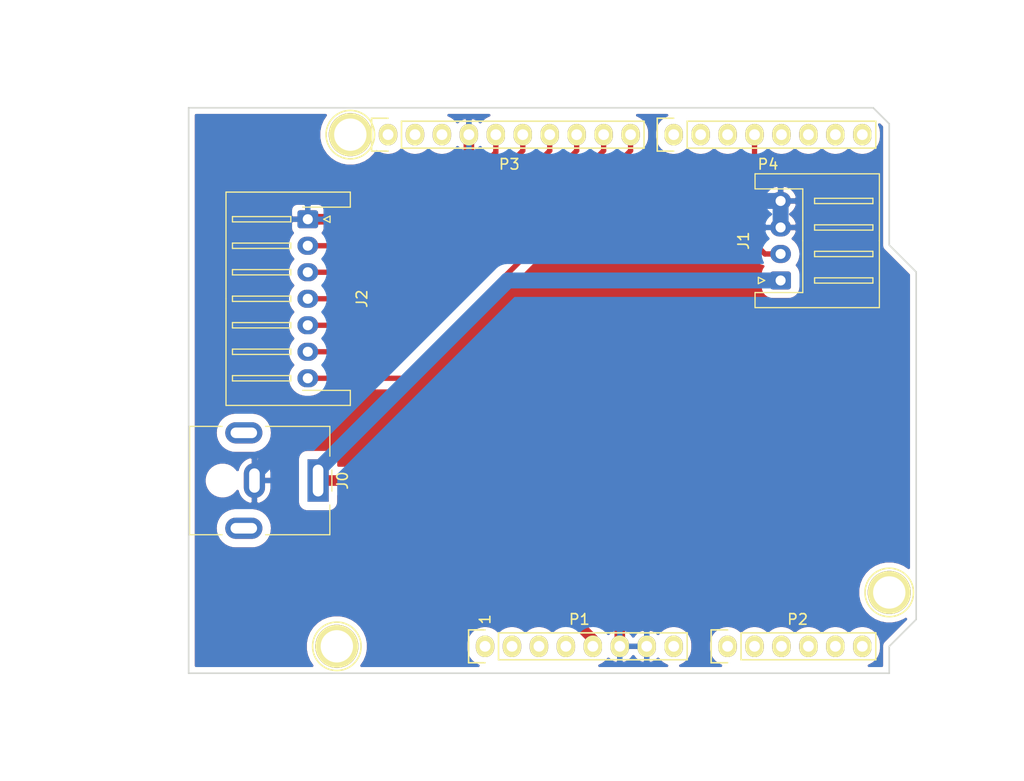
<source format=kicad_pcb>
(kicad_pcb (version 20171130) (host pcbnew 5.1.2)

  (general
    (thickness 1.6)
    (drawings 27)
    (tracks 42)
    (zones 0)
    (modules 10)
    (nets 32)
  )

  (page A4)
  (title_block
    (date "lun. 30 mars 2015")
  )

  (layers
    (0 F.Cu signal)
    (31 B.Cu signal)
    (32 B.Adhes user)
    (33 F.Adhes user)
    (34 B.Paste user)
    (35 F.Paste user)
    (36 B.SilkS user)
    (37 F.SilkS user)
    (38 B.Mask user)
    (39 F.Mask user)
    (40 Dwgs.User user)
    (41 Cmts.User user)
    (42 Eco1.User user)
    (43 Eco2.User user)
    (44 Edge.Cuts user)
    (45 Margin user)
    (46 B.CrtYd user)
    (47 F.CrtYd user)
    (48 B.Fab user)
    (49 F.Fab user)
  )

  (setup
    (last_trace_width 0.5)
    (user_trace_width 0.5)
    (user_trace_width 1)
    (user_trace_width 1.5)
    (trace_clearance 0.5)
    (zone_clearance 0.508)
    (zone_45_only no)
    (trace_min 0.2)
    (via_size 0.6)
    (via_drill 0.4)
    (via_min_size 0.4)
    (via_min_drill 0.3)
    (uvia_size 0.3)
    (uvia_drill 0.1)
    (uvias_allowed no)
    (uvia_min_size 0.2)
    (uvia_min_drill 0.1)
    (edge_width 0.15)
    (segment_width 0.15)
    (pcb_text_width 0.3)
    (pcb_text_size 1.5 1.5)
    (mod_edge_width 0.15)
    (mod_text_size 1 1)
    (mod_text_width 0.15)
    (pad_size 4.064 4.064)
    (pad_drill 3.048)
    (pad_to_mask_clearance 0)
    (aux_axis_origin 110.998 126.365)
    (grid_origin 110.998 126.365)
    (visible_elements FFFFFF7F)
    (pcbplotparams
      (layerselection 0x00030_80000001)
      (usegerberextensions false)
      (usegerberattributes false)
      (usegerberadvancedattributes false)
      (creategerberjobfile false)
      (excludeedgelayer true)
      (linewidth 0.100000)
      (plotframeref false)
      (viasonmask false)
      (mode 1)
      (useauxorigin false)
      (hpglpennumber 1)
      (hpglpenspeed 20)
      (hpglpendiameter 15.000000)
      (psnegative false)
      (psa4output false)
      (plotreference true)
      (plotvalue true)
      (plotinvisibletext false)
      (padsonsilk false)
      (subtractmaskfromsilk false)
      (outputformat 1)
      (mirror false)
      (drillshape 1)
      (scaleselection 1)
      (outputdirectory ""))
  )

  (net 0 "")
  (net 1 /IOREF)
  (net 2 /Reset)
  (net 3 +5V)
  (net 4 GND)
  (net 5 /Vin)
  (net 6 /A0)
  (net 7 /A1)
  (net 8 /A2)
  (net 9 /A3)
  (net 10 /AREF)
  (net 11 "/A4(SDA)")
  (net 12 "/A5(SCL)")
  (net 13 "/9(**)")
  (net 14 /8)
  (net 15 /7)
  (net 16 "/6(**)")
  (net 17 "/5(**)")
  (net 18 /4)
  (net 19 "/3(**)")
  (net 20 /2)
  (net 21 "/1(Tx)")
  (net 22 "/0(Rx)")
  (net 23 "Net-(P5-Pad1)")
  (net 24 "Net-(P6-Pad1)")
  (net 25 "Net-(P7-Pad1)")
  (net 26 "/13(SCK)")
  (net 27 "Net-(P1-Pad1)")
  (net 28 +3V3)
  (net 29 "/12(MISO)")
  (net 30 "/11(MOSI)")
  (net 31 "/10(SS)")

  (net_class Default "This is the default net class."
    (clearance 0.5)
    (trace_width 0.5)
    (via_dia 0.6)
    (via_drill 0.4)
    (uvia_dia 0.3)
    (uvia_drill 0.1)
    (add_net "/0(Rx)")
    (add_net "/1(Tx)")
    (add_net "/10(SS)")
    (add_net "/11(MOSI)")
    (add_net "/12(MISO)")
    (add_net "/13(SCK)")
    (add_net /2)
    (add_net "/3(**)")
    (add_net /4)
    (add_net "/5(**)")
    (add_net "/6(**)")
    (add_net /7)
    (add_net /8)
    (add_net "/9(**)")
    (add_net /A0)
    (add_net /A1)
    (add_net /A2)
    (add_net /A3)
    (add_net "/A4(SDA)")
    (add_net "/A5(SCL)")
    (add_net /AREF)
    (add_net /IOREF)
    (add_net /Reset)
    (add_net "Net-(P1-Pad1)")
    (add_net "Net-(P5-Pad1)")
    (add_net "Net-(P6-Pad1)")
    (add_net "Net-(P7-Pad1)")
  )

  (net_class Power ""
    (clearance 0.8)
    (trace_width 1)
    (via_dia 0.6)
    (via_drill 0.4)
    (uvia_dia 0.3)
    (uvia_drill 0.1)
    (add_net +3V3)
    (add_net +5V)
    (add_net /Vin)
    (add_net GND)
  )

  (module Connector_BarrelJack:BarrelJack_CUI_PJ-063AH_Horizontal (layer F.Cu) (tedit 5B0886BD) (tstamp 5DEAD067)
    (at 123.20016 108.18876 270)
    (descr "Barrel Jack, 2.0mm ID, 5.5mm OD, 24V, 8A, no switch, https://www.cui.com/product/resource/pj-063ah.pdf")
    (tags "barrel jack cui dc power")
    (path /5DE9A1C1)
    (fp_text reference J0 (at 0 -2.3 90) (layer F.SilkS)
      (effects (font (size 1 1) (thickness 0.15)))
    )
    (fp_text value Barrel_Jack (at 0 13 90) (layer F.Fab)
      (effects (font (size 1 1) (thickness 0.15)))
    )
    (fp_text user %R (at 0 5.5 90) (layer F.Fab)
      (effects (font (size 1 1) (thickness 0.15)))
    )
    (fp_line (start 6 -1.5) (end -6 -1.5) (layer F.CrtYd) (width 0.05))
    (fp_line (start 6 12.5) (end 6 -1.5) (layer F.CrtYd) (width 0.05))
    (fp_line (start -6 12.5) (end 6 12.5) (layer F.CrtYd) (width 0.05))
    (fp_line (start -6 -1.5) (end -6 12.5) (layer F.CrtYd) (width 0.05))
    (fp_line (start -1 -1.3) (end 1 -1.3) (layer F.SilkS) (width 0.12))
    (fp_line (start -5.11 12.11) (end -5.11 9.05) (layer F.SilkS) (width 0.12))
    (fp_line (start 5.11 12.11) (end -5.11 12.11) (layer F.SilkS) (width 0.12))
    (fp_line (start 5.11 9.05) (end 5.11 12.11) (layer F.SilkS) (width 0.12))
    (fp_line (start 5.11 -1.11) (end 5.11 4.95) (layer F.SilkS) (width 0.12))
    (fp_line (start 2.3 -1.11) (end 5.11 -1.11) (layer F.SilkS) (width 0.12))
    (fp_line (start -5.11 -1.11) (end -2.3 -1.11) (layer F.SilkS) (width 0.12))
    (fp_line (start -5.11 4.95) (end -5.11 -1.11) (layer F.SilkS) (width 0.12))
    (fp_line (start -5 12) (end -5 -1) (layer F.Fab) (width 0.1))
    (fp_line (start 5 12) (end -5 12) (layer F.Fab) (width 0.1))
    (fp_line (start 5 -1) (end 5 12) (layer F.Fab) (width 0.1))
    (fp_line (start 1 -1) (end 5 -1) (layer F.Fab) (width 0.1))
    (fp_line (start 0 0) (end 1 -1) (layer F.Fab) (width 0.1))
    (fp_line (start -1 -1) (end 0 0) (layer F.Fab) (width 0.1))
    (fp_line (start -5 -1) (end -1 -1) (layer F.Fab) (width 0.1))
    (pad "" np_thru_hole circle (at 0 9 270) (size 1.6 1.6) (drill 1.6) (layers *.Cu *.Mask))
    (pad MP thru_hole oval (at 4.5 7 270) (size 2 3.5) (drill oval 1 2.5) (layers *.Cu *.Mask))
    (pad MP thru_hole oval (at -4.5 7 270) (size 2 3.5) (drill oval 1 2.5) (layers *.Cu *.Mask))
    (pad 2 thru_hole oval (at 0 6 270) (size 3.3 2) (drill oval 2.3 1) (layers *.Cu *.Mask)
      (net 4 GND))
    (pad 1 thru_hole rect (at 0 0 270) (size 4 2) (drill oval 3 1) (layers *.Cu *.Mask)
      (net 3 +5V))
    (model ${KISYS3DMOD}/Connector_BarrelJack.3dshapes/BarrelJack_CUI_PJ-063AH_Horizontal.wrl
      (at (xyz 0 0 0))
      (scale (xyz 1 1 1))
      (rotate (xyz 0 0 0))
    )
  )

  (module Connector_JST:JST_XH_S4B-XH-A_1x04_P2.50mm_Horizontal (layer F.Cu) (tedit 5C281475) (tstamp 5DEE3BC6)
    (at 166.79672 89.3191 90)
    (descr "JST XH series connector, S4B-XH-A (http://www.jst-mfg.com/product/pdf/eng/eXH.pdf), generated with kicad-footprint-generator")
    (tags "connector JST XH horizontal")
    (path /5DE51446)
    (fp_text reference J1 (at 3.75 -3.5 90) (layer F.SilkS)
      (effects (font (size 1 1) (thickness 0.15)))
    )
    (fp_text value Signalling (at 3.75 10.4 90) (layer F.Fab)
      (effects (font (size 1 1) (thickness 0.15)))
    )
    (fp_text user %R (at 3.75 3.45 90) (layer F.Fab)
      (effects (font (size 1 1) (thickness 0.15)))
    )
    (fp_line (start 0 1.2) (end 0.625 2.2) (layer F.Fab) (width 0.1))
    (fp_line (start -0.625 2.2) (end 0 1.2) (layer F.Fab) (width 0.1))
    (fp_line (start 0.3 -2.1) (end 0 -1.5) (layer F.SilkS) (width 0.12))
    (fp_line (start -0.3 -2.1) (end 0.3 -2.1) (layer F.SilkS) (width 0.12))
    (fp_line (start 0 -1.5) (end -0.3 -2.1) (layer F.SilkS) (width 0.12))
    (fp_line (start 7.75 3.2) (end 7.25 3.2) (layer F.SilkS) (width 0.12))
    (fp_line (start 7.75 8.7) (end 7.75 3.2) (layer F.SilkS) (width 0.12))
    (fp_line (start 7.25 8.7) (end 7.75 8.7) (layer F.SilkS) (width 0.12))
    (fp_line (start 7.25 3.2) (end 7.25 8.7) (layer F.SilkS) (width 0.12))
    (fp_line (start 5.25 3.2) (end 4.75 3.2) (layer F.SilkS) (width 0.12))
    (fp_line (start 5.25 8.7) (end 5.25 3.2) (layer F.SilkS) (width 0.12))
    (fp_line (start 4.75 8.7) (end 5.25 8.7) (layer F.SilkS) (width 0.12))
    (fp_line (start 4.75 3.2) (end 4.75 8.7) (layer F.SilkS) (width 0.12))
    (fp_line (start 2.75 3.2) (end 2.25 3.2) (layer F.SilkS) (width 0.12))
    (fp_line (start 2.75 8.7) (end 2.75 3.2) (layer F.SilkS) (width 0.12))
    (fp_line (start 2.25 8.7) (end 2.75 8.7) (layer F.SilkS) (width 0.12))
    (fp_line (start 2.25 3.2) (end 2.25 8.7) (layer F.SilkS) (width 0.12))
    (fp_line (start 0.25 3.2) (end -0.25 3.2) (layer F.SilkS) (width 0.12))
    (fp_line (start 0.25 8.7) (end 0.25 3.2) (layer F.SilkS) (width 0.12))
    (fp_line (start -0.25 8.7) (end 0.25 8.7) (layer F.SilkS) (width 0.12))
    (fp_line (start -0.25 3.2) (end -0.25 8.7) (layer F.SilkS) (width 0.12))
    (fp_line (start 8.75 2.2) (end 3.75 2.2) (layer F.Fab) (width 0.1))
    (fp_line (start 8.75 -2.3) (end 8.75 2.2) (layer F.Fab) (width 0.1))
    (fp_line (start 9.95 -2.3) (end 8.75 -2.3) (layer F.Fab) (width 0.1))
    (fp_line (start 9.95 9.2) (end 9.95 -2.3) (layer F.Fab) (width 0.1))
    (fp_line (start 3.75 9.2) (end 9.95 9.2) (layer F.Fab) (width 0.1))
    (fp_line (start -1.25 2.2) (end 3.75 2.2) (layer F.Fab) (width 0.1))
    (fp_line (start -1.25 -2.3) (end -1.25 2.2) (layer F.Fab) (width 0.1))
    (fp_line (start -2.45 -2.3) (end -1.25 -2.3) (layer F.Fab) (width 0.1))
    (fp_line (start -2.45 9.2) (end -2.45 -2.3) (layer F.Fab) (width 0.1))
    (fp_line (start 3.75 9.2) (end -2.45 9.2) (layer F.Fab) (width 0.1))
    (fp_line (start 8.64 2.09) (end 3.75 2.09) (layer F.SilkS) (width 0.12))
    (fp_line (start 8.64 -2.41) (end 8.64 2.09) (layer F.SilkS) (width 0.12))
    (fp_line (start 10.06 -2.41) (end 8.64 -2.41) (layer F.SilkS) (width 0.12))
    (fp_line (start 10.06 9.31) (end 10.06 -2.41) (layer F.SilkS) (width 0.12))
    (fp_line (start 3.75 9.31) (end 10.06 9.31) (layer F.SilkS) (width 0.12))
    (fp_line (start -1.14 2.09) (end 3.75 2.09) (layer F.SilkS) (width 0.12))
    (fp_line (start -1.14 -2.41) (end -1.14 2.09) (layer F.SilkS) (width 0.12))
    (fp_line (start -2.56 -2.41) (end -1.14 -2.41) (layer F.SilkS) (width 0.12))
    (fp_line (start -2.56 9.31) (end -2.56 -2.41) (layer F.SilkS) (width 0.12))
    (fp_line (start 3.75 9.31) (end -2.56 9.31) (layer F.SilkS) (width 0.12))
    (fp_line (start 10.45 -2.8) (end -2.95 -2.8) (layer F.CrtYd) (width 0.05))
    (fp_line (start 10.45 9.7) (end 10.45 -2.8) (layer F.CrtYd) (width 0.05))
    (fp_line (start -2.95 9.7) (end 10.45 9.7) (layer F.CrtYd) (width 0.05))
    (fp_line (start -2.95 -2.8) (end -2.95 9.7) (layer F.CrtYd) (width 0.05))
    (pad 4 thru_hole oval (at 7.5 0 90) (size 1.7 1.95) (drill 0.95) (layers *.Cu *.Mask)
      (net 4 GND))
    (pad 3 thru_hole oval (at 5 0 90) (size 1.7 1.95) (drill 0.95) (layers *.Cu *.Mask)
      (net 4 GND))
    (pad 2 thru_hole oval (at 2.5 0 90) (size 1.7 1.95) (drill 0.95) (layers *.Cu *.Mask)
      (net 18 /4))
    (pad 1 thru_hole roundrect (at 0 0 90) (size 1.7 1.95) (drill 0.95) (layers *.Cu *.Mask) (roundrect_rratio 0.147059)
      (net 3 +5V))
    (model ${KISYS3DMOD}/Connector_JST.3dshapes/JST_XH_S4B-XH-A_1x04_P2.50mm_Horizontal.wrl
      (at (xyz 0 0 0))
      (scale (xyz 1 1 1))
      (rotate (xyz 0 0 0))
    )
  )

  (module Connector_JST:JST_XH_S7B-XH-A-1_1x07_P2.50mm_Horizontal (layer F.Cu) (tedit 5C281476) (tstamp 5DED9E58)
    (at 122.22988 83.54314 270)
    (descr "JST XH series connector, S7B-XH-A-1 (http://www.jst-mfg.com/product/pdf/eng/eXH.pdf), generated with kicad-footprint-generator")
    (tags "connector JST XH horizontal")
    (path /5DE4DF9E)
    (fp_text reference J2 (at 7.5 -5.1 90) (layer F.SilkS)
      (effects (font (size 1 1) (thickness 0.15)))
    )
    (fp_text value Controller (at 7.5 8.8 90) (layer F.Fab)
      (effects (font (size 1 1) (thickness 0.15)))
    )
    (fp_text user %R (at 7.5 1.85 90) (layer F.Fab)
      (effects (font (size 1 1) (thickness 0.15)))
    )
    (fp_line (start 0 -0.4) (end 0.625 0.6) (layer F.Fab) (width 0.1))
    (fp_line (start -0.625 0.6) (end 0 -0.4) (layer F.Fab) (width 0.1))
    (fp_line (start 0.3 -2.1) (end 0 -1.5) (layer F.SilkS) (width 0.12))
    (fp_line (start -0.3 -2.1) (end 0.3 -2.1) (layer F.SilkS) (width 0.12))
    (fp_line (start 0 -1.5) (end -0.3 -2.1) (layer F.SilkS) (width 0.12))
    (fp_line (start 15.25 1.6) (end 14.75 1.6) (layer F.SilkS) (width 0.12))
    (fp_line (start 15.25 7.1) (end 15.25 1.6) (layer F.SilkS) (width 0.12))
    (fp_line (start 14.75 7.1) (end 15.25 7.1) (layer F.SilkS) (width 0.12))
    (fp_line (start 14.75 1.6) (end 14.75 7.1) (layer F.SilkS) (width 0.12))
    (fp_line (start 12.75 1.6) (end 12.25 1.6) (layer F.SilkS) (width 0.12))
    (fp_line (start 12.75 7.1) (end 12.75 1.6) (layer F.SilkS) (width 0.12))
    (fp_line (start 12.25 7.1) (end 12.75 7.1) (layer F.SilkS) (width 0.12))
    (fp_line (start 12.25 1.6) (end 12.25 7.1) (layer F.SilkS) (width 0.12))
    (fp_line (start 10.25 1.6) (end 9.75 1.6) (layer F.SilkS) (width 0.12))
    (fp_line (start 10.25 7.1) (end 10.25 1.6) (layer F.SilkS) (width 0.12))
    (fp_line (start 9.75 7.1) (end 10.25 7.1) (layer F.SilkS) (width 0.12))
    (fp_line (start 9.75 1.6) (end 9.75 7.1) (layer F.SilkS) (width 0.12))
    (fp_line (start 7.75 1.6) (end 7.25 1.6) (layer F.SilkS) (width 0.12))
    (fp_line (start 7.75 7.1) (end 7.75 1.6) (layer F.SilkS) (width 0.12))
    (fp_line (start 7.25 7.1) (end 7.75 7.1) (layer F.SilkS) (width 0.12))
    (fp_line (start 7.25 1.6) (end 7.25 7.1) (layer F.SilkS) (width 0.12))
    (fp_line (start 5.25 1.6) (end 4.75 1.6) (layer F.SilkS) (width 0.12))
    (fp_line (start 5.25 7.1) (end 5.25 1.6) (layer F.SilkS) (width 0.12))
    (fp_line (start 4.75 7.1) (end 5.25 7.1) (layer F.SilkS) (width 0.12))
    (fp_line (start 4.75 1.6) (end 4.75 7.1) (layer F.SilkS) (width 0.12))
    (fp_line (start 2.75 1.6) (end 2.25 1.6) (layer F.SilkS) (width 0.12))
    (fp_line (start 2.75 7.1) (end 2.75 1.6) (layer F.SilkS) (width 0.12))
    (fp_line (start 2.25 7.1) (end 2.75 7.1) (layer F.SilkS) (width 0.12))
    (fp_line (start 2.25 1.6) (end 2.25 7.1) (layer F.SilkS) (width 0.12))
    (fp_line (start 0.25 1.6) (end -0.25 1.6) (layer F.SilkS) (width 0.12))
    (fp_line (start 0.25 7.1) (end 0.25 1.6) (layer F.SilkS) (width 0.12))
    (fp_line (start -0.25 7.1) (end 0.25 7.1) (layer F.SilkS) (width 0.12))
    (fp_line (start -0.25 1.6) (end -0.25 7.1) (layer F.SilkS) (width 0.12))
    (fp_line (start 16.25 0.6) (end 7.5 0.6) (layer F.Fab) (width 0.1))
    (fp_line (start 16.25 -3.9) (end 16.25 0.6) (layer F.Fab) (width 0.1))
    (fp_line (start 17.45 -3.9) (end 16.25 -3.9) (layer F.Fab) (width 0.1))
    (fp_line (start 17.45 7.6) (end 17.45 -3.9) (layer F.Fab) (width 0.1))
    (fp_line (start 7.5 7.6) (end 17.45 7.6) (layer F.Fab) (width 0.1))
    (fp_line (start -1.25 0.6) (end 7.5 0.6) (layer F.Fab) (width 0.1))
    (fp_line (start -1.25 -3.9) (end -1.25 0.6) (layer F.Fab) (width 0.1))
    (fp_line (start -2.45 -3.9) (end -1.25 -3.9) (layer F.Fab) (width 0.1))
    (fp_line (start -2.45 7.6) (end -2.45 -3.9) (layer F.Fab) (width 0.1))
    (fp_line (start 7.5 7.6) (end -2.45 7.6) (layer F.Fab) (width 0.1))
    (fp_line (start 16.14 -4.01) (end 16.14 0.49) (layer F.SilkS) (width 0.12))
    (fp_line (start 17.56 -4.01) (end 16.14 -4.01) (layer F.SilkS) (width 0.12))
    (fp_line (start 17.56 7.71) (end 17.56 -4.01) (layer F.SilkS) (width 0.12))
    (fp_line (start 7.5 7.71) (end 17.56 7.71) (layer F.SilkS) (width 0.12))
    (fp_line (start -1.14 -4.01) (end -1.14 0.49) (layer F.SilkS) (width 0.12))
    (fp_line (start -2.56 -4.01) (end -1.14 -4.01) (layer F.SilkS) (width 0.12))
    (fp_line (start -2.56 7.71) (end -2.56 -4.01) (layer F.SilkS) (width 0.12))
    (fp_line (start 7.5 7.71) (end -2.56 7.71) (layer F.SilkS) (width 0.12))
    (fp_line (start 17.95 -4.4) (end -2.95 -4.4) (layer F.CrtYd) (width 0.05))
    (fp_line (start 17.95 8.1) (end 17.95 -4.4) (layer F.CrtYd) (width 0.05))
    (fp_line (start -2.95 8.1) (end 17.95 8.1) (layer F.CrtYd) (width 0.05))
    (fp_line (start -2.95 -4.4) (end -2.95 8.1) (layer F.CrtYd) (width 0.05))
    (pad 7 thru_hole oval (at 15 0 270) (size 1.7 1.95) (drill 0.95) (layers *.Cu *.Mask)
      (net 14 /8))
    (pad 6 thru_hole oval (at 12.5 0 270) (size 1.7 1.95) (drill 0.95) (layers *.Cu *.Mask)
      (net 13 "/9(**)"))
    (pad 5 thru_hole oval (at 10 0 270) (size 1.7 1.95) (drill 0.95) (layers *.Cu *.Mask)
      (net 31 "/10(SS)"))
    (pad 4 thru_hole oval (at 7.5 0 270) (size 1.7 1.95) (drill 0.95) (layers *.Cu *.Mask)
      (net 30 "/11(MOSI)"))
    (pad 3 thru_hole oval (at 5 0 270) (size 1.7 1.95) (drill 0.95) (layers *.Cu *.Mask)
      (net 29 "/12(MISO)"))
    (pad 2 thru_hole oval (at 2.5 0 270) (size 1.7 1.95) (drill 0.95) (layers *.Cu *.Mask)
      (net 26 "/13(SCK)"))
    (pad 1 thru_hole roundrect (at 0 0 270) (size 1.7 1.95) (drill 0.95) (layers *.Cu *.Mask) (roundrect_rratio 0.147059)
      (net 4 GND))
    (model ${KISYS3DMOD}/Connector_JST.3dshapes/JST_XH_S7B-XH-A-1_1x07_P2.50mm_Horizontal.wrl
      (at (xyz 0 0 0))
      (scale (xyz 1 1 1))
      (rotate (xyz 0 0 0))
    )
  )

  (module Socket_Arduino_Uno:Socket_Strip_Arduino_1x08 locked (layer F.Cu) (tedit 552168D2) (tstamp 551AF9EA)
    (at 138.938 123.825)
    (descr "Through hole socket strip")
    (tags "socket strip")
    (path /56D70129)
    (fp_text reference P1 (at 8.89 -2.54) (layer F.SilkS)
      (effects (font (size 1 1) (thickness 0.15)))
    )
    (fp_text value Power (at 8.89 -4.064) (layer F.Fab)
      (effects (font (size 1 1) (thickness 0.15)))
    )
    (fp_line (start -1.75 -1.75) (end -1.75 1.75) (layer F.CrtYd) (width 0.05))
    (fp_line (start 19.55 -1.75) (end 19.55 1.75) (layer F.CrtYd) (width 0.05))
    (fp_line (start -1.75 -1.75) (end 19.55 -1.75) (layer F.CrtYd) (width 0.05))
    (fp_line (start -1.75 1.75) (end 19.55 1.75) (layer F.CrtYd) (width 0.05))
    (fp_line (start 1.27 1.27) (end 19.05 1.27) (layer F.SilkS) (width 0.15))
    (fp_line (start 19.05 1.27) (end 19.05 -1.27) (layer F.SilkS) (width 0.15))
    (fp_line (start 19.05 -1.27) (end 1.27 -1.27) (layer F.SilkS) (width 0.15))
    (fp_line (start -1.55 1.55) (end 0 1.55) (layer F.SilkS) (width 0.15))
    (fp_line (start 1.27 1.27) (end 1.27 -1.27) (layer F.SilkS) (width 0.15))
    (fp_line (start 0 -1.55) (end -1.55 -1.55) (layer F.SilkS) (width 0.15))
    (fp_line (start -1.55 -1.55) (end -1.55 1.55) (layer F.SilkS) (width 0.15))
    (pad 1 thru_hole oval (at 0 0) (size 1.7272 2.032) (drill 1.016) (layers *.Cu *.Mask F.SilkS)
      (net 27 "Net-(P1-Pad1)"))
    (pad 2 thru_hole oval (at 2.54 0) (size 1.7272 2.032) (drill 1.016) (layers *.Cu *.Mask F.SilkS)
      (net 1 /IOREF))
    (pad 3 thru_hole oval (at 5.08 0) (size 1.7272 2.032) (drill 1.016) (layers *.Cu *.Mask F.SilkS)
      (net 2 /Reset))
    (pad 4 thru_hole oval (at 7.62 0) (size 1.7272 2.032) (drill 1.016) (layers *.Cu *.Mask F.SilkS)
      (net 28 +3V3))
    (pad 5 thru_hole oval (at 10.16 0) (size 1.7272 2.032) (drill 1.016) (layers *.Cu *.Mask F.SilkS)
      (net 3 +5V))
    (pad 6 thru_hole oval (at 12.7 0) (size 1.7272 2.032) (drill 1.016) (layers *.Cu *.Mask F.SilkS)
      (net 4 GND))
    (pad 7 thru_hole oval (at 15.24 0) (size 1.7272 2.032) (drill 1.016) (layers *.Cu *.Mask F.SilkS)
      (net 4 GND))
    (pad 8 thru_hole oval (at 17.78 0) (size 1.7272 2.032) (drill 1.016) (layers *.Cu *.Mask F.SilkS)
      (net 5 /Vin))
    (model ${KIPRJMOD}/Socket_Arduino_Uno.3dshapes/Socket_header_Arduino_1x08.wrl
      (offset (xyz 8.889999866485596 0 0))
      (scale (xyz 1 1 1))
      (rotate (xyz 0 0 180))
    )
  )

  (module Socket_Arduino_Uno:Socket_Strip_Arduino_1x06 locked (layer F.Cu) (tedit 552168D6) (tstamp 551AF9FF)
    (at 161.798 123.825)
    (descr "Through hole socket strip")
    (tags "socket strip")
    (path /56D70DD8)
    (fp_text reference P2 (at 6.604 -2.54) (layer F.SilkS)
      (effects (font (size 1 1) (thickness 0.15)))
    )
    (fp_text value Analog (at 6.604 -4.064) (layer F.Fab)
      (effects (font (size 1 1) (thickness 0.15)))
    )
    (fp_line (start -1.75 -1.75) (end -1.75 1.75) (layer F.CrtYd) (width 0.05))
    (fp_line (start 14.45 -1.75) (end 14.45 1.75) (layer F.CrtYd) (width 0.05))
    (fp_line (start -1.75 -1.75) (end 14.45 -1.75) (layer F.CrtYd) (width 0.05))
    (fp_line (start -1.75 1.75) (end 14.45 1.75) (layer F.CrtYd) (width 0.05))
    (fp_line (start 1.27 1.27) (end 13.97 1.27) (layer F.SilkS) (width 0.15))
    (fp_line (start 13.97 1.27) (end 13.97 -1.27) (layer F.SilkS) (width 0.15))
    (fp_line (start 13.97 -1.27) (end 1.27 -1.27) (layer F.SilkS) (width 0.15))
    (fp_line (start -1.55 1.55) (end 0 1.55) (layer F.SilkS) (width 0.15))
    (fp_line (start 1.27 1.27) (end 1.27 -1.27) (layer F.SilkS) (width 0.15))
    (fp_line (start 0 -1.55) (end -1.55 -1.55) (layer F.SilkS) (width 0.15))
    (fp_line (start -1.55 -1.55) (end -1.55 1.55) (layer F.SilkS) (width 0.15))
    (pad 1 thru_hole oval (at 0 0) (size 1.7272 2.032) (drill 1.016) (layers *.Cu *.Mask F.SilkS)
      (net 6 /A0))
    (pad 2 thru_hole oval (at 2.54 0) (size 1.7272 2.032) (drill 1.016) (layers *.Cu *.Mask F.SilkS)
      (net 7 /A1))
    (pad 3 thru_hole oval (at 5.08 0) (size 1.7272 2.032) (drill 1.016) (layers *.Cu *.Mask F.SilkS)
      (net 8 /A2))
    (pad 4 thru_hole oval (at 7.62 0) (size 1.7272 2.032) (drill 1.016) (layers *.Cu *.Mask F.SilkS)
      (net 9 /A3))
    (pad 5 thru_hole oval (at 10.16 0) (size 1.7272 2.032) (drill 1.016) (layers *.Cu *.Mask F.SilkS)
      (net 11 "/A4(SDA)"))
    (pad 6 thru_hole oval (at 12.7 0) (size 1.7272 2.032) (drill 1.016) (layers *.Cu *.Mask F.SilkS)
      (net 12 "/A5(SCL)"))
    (model ${KIPRJMOD}/Socket_Arduino_Uno.3dshapes/Socket_header_Arduino_1x06.wrl
      (offset (xyz 6.349999904632568 0 0))
      (scale (xyz 1 1 1))
      (rotate (xyz 0 0 180))
    )
  )

  (module Socket_Arduino_Uno:Socket_Strip_Arduino_1x10 locked (layer F.Cu) (tedit 552168BF) (tstamp 551AFA18)
    (at 129.794 75.565)
    (descr "Through hole socket strip")
    (tags "socket strip")
    (path /56D721E0)
    (fp_text reference P3 (at 11.43 2.794) (layer F.SilkS)
      (effects (font (size 1 1) (thickness 0.15)))
    )
    (fp_text value Digital (at 11.43 4.318) (layer F.Fab)
      (effects (font (size 1 1) (thickness 0.15)))
    )
    (fp_line (start -1.75 -1.75) (end -1.75 1.75) (layer F.CrtYd) (width 0.05))
    (fp_line (start 24.65 -1.75) (end 24.65 1.75) (layer F.CrtYd) (width 0.05))
    (fp_line (start -1.75 -1.75) (end 24.65 -1.75) (layer F.CrtYd) (width 0.05))
    (fp_line (start -1.75 1.75) (end 24.65 1.75) (layer F.CrtYd) (width 0.05))
    (fp_line (start 1.27 1.27) (end 24.13 1.27) (layer F.SilkS) (width 0.15))
    (fp_line (start 24.13 1.27) (end 24.13 -1.27) (layer F.SilkS) (width 0.15))
    (fp_line (start 24.13 -1.27) (end 1.27 -1.27) (layer F.SilkS) (width 0.15))
    (fp_line (start -1.55 1.55) (end 0 1.55) (layer F.SilkS) (width 0.15))
    (fp_line (start 1.27 1.27) (end 1.27 -1.27) (layer F.SilkS) (width 0.15))
    (fp_line (start 0 -1.55) (end -1.55 -1.55) (layer F.SilkS) (width 0.15))
    (fp_line (start -1.55 -1.55) (end -1.55 1.55) (layer F.SilkS) (width 0.15))
    (pad 1 thru_hole oval (at 0 0) (size 1.7272 2.032) (drill 1.016) (layers *.Cu *.Mask F.SilkS)
      (net 12 "/A5(SCL)"))
    (pad 2 thru_hole oval (at 2.54 0) (size 1.7272 2.032) (drill 1.016) (layers *.Cu *.Mask F.SilkS)
      (net 11 "/A4(SDA)"))
    (pad 3 thru_hole oval (at 5.08 0) (size 1.7272 2.032) (drill 1.016) (layers *.Cu *.Mask F.SilkS)
      (net 10 /AREF))
    (pad 4 thru_hole oval (at 7.62 0) (size 1.7272 2.032) (drill 1.016) (layers *.Cu *.Mask F.SilkS)
      (net 4 GND))
    (pad 5 thru_hole oval (at 10.16 0) (size 1.7272 2.032) (drill 1.016) (layers *.Cu *.Mask F.SilkS)
      (net 26 "/13(SCK)"))
    (pad 6 thru_hole oval (at 12.7 0) (size 1.7272 2.032) (drill 1.016) (layers *.Cu *.Mask F.SilkS)
      (net 29 "/12(MISO)"))
    (pad 7 thru_hole oval (at 15.24 0) (size 1.7272 2.032) (drill 1.016) (layers *.Cu *.Mask F.SilkS)
      (net 30 "/11(MOSI)"))
    (pad 8 thru_hole oval (at 17.78 0) (size 1.7272 2.032) (drill 1.016) (layers *.Cu *.Mask F.SilkS)
      (net 31 "/10(SS)"))
    (pad 9 thru_hole oval (at 20.32 0) (size 1.7272 2.032) (drill 1.016) (layers *.Cu *.Mask F.SilkS)
      (net 13 "/9(**)"))
    (pad 10 thru_hole oval (at 22.86 0) (size 1.7272 2.032) (drill 1.016) (layers *.Cu *.Mask F.SilkS)
      (net 14 /8))
    (model ${KIPRJMOD}/Socket_Arduino_Uno.3dshapes/Socket_header_Arduino_1x10.wrl
      (offset (xyz 11.42999982833862 0 0))
      (scale (xyz 1 1 1))
      (rotate (xyz 0 0 180))
    )
  )

  (module Socket_Arduino_Uno:Socket_Strip_Arduino_1x08 locked (layer F.Cu) (tedit 552168C7) (tstamp 551AFA2F)
    (at 156.718 75.565)
    (descr "Through hole socket strip")
    (tags "socket strip")
    (path /56D7164F)
    (fp_text reference P4 (at 8.89 2.794) (layer F.SilkS)
      (effects (font (size 1 1) (thickness 0.15)))
    )
    (fp_text value Digital (at 8.89 4.318) (layer F.Fab)
      (effects (font (size 1 1) (thickness 0.15)))
    )
    (fp_line (start -1.75 -1.75) (end -1.75 1.75) (layer F.CrtYd) (width 0.05))
    (fp_line (start 19.55 -1.75) (end 19.55 1.75) (layer F.CrtYd) (width 0.05))
    (fp_line (start -1.75 -1.75) (end 19.55 -1.75) (layer F.CrtYd) (width 0.05))
    (fp_line (start -1.75 1.75) (end 19.55 1.75) (layer F.CrtYd) (width 0.05))
    (fp_line (start 1.27 1.27) (end 19.05 1.27) (layer F.SilkS) (width 0.15))
    (fp_line (start 19.05 1.27) (end 19.05 -1.27) (layer F.SilkS) (width 0.15))
    (fp_line (start 19.05 -1.27) (end 1.27 -1.27) (layer F.SilkS) (width 0.15))
    (fp_line (start -1.55 1.55) (end 0 1.55) (layer F.SilkS) (width 0.15))
    (fp_line (start 1.27 1.27) (end 1.27 -1.27) (layer F.SilkS) (width 0.15))
    (fp_line (start 0 -1.55) (end -1.55 -1.55) (layer F.SilkS) (width 0.15))
    (fp_line (start -1.55 -1.55) (end -1.55 1.55) (layer F.SilkS) (width 0.15))
    (pad 1 thru_hole oval (at 0 0) (size 1.7272 2.032) (drill 1.016) (layers *.Cu *.Mask F.SilkS)
      (net 15 /7))
    (pad 2 thru_hole oval (at 2.54 0) (size 1.7272 2.032) (drill 1.016) (layers *.Cu *.Mask F.SilkS)
      (net 16 "/6(**)"))
    (pad 3 thru_hole oval (at 5.08 0) (size 1.7272 2.032) (drill 1.016) (layers *.Cu *.Mask F.SilkS)
      (net 17 "/5(**)"))
    (pad 4 thru_hole oval (at 7.62 0) (size 1.7272 2.032) (drill 1.016) (layers *.Cu *.Mask F.SilkS)
      (net 18 /4))
    (pad 5 thru_hole oval (at 10.16 0) (size 1.7272 2.032) (drill 1.016) (layers *.Cu *.Mask F.SilkS)
      (net 19 "/3(**)"))
    (pad 6 thru_hole oval (at 12.7 0) (size 1.7272 2.032) (drill 1.016) (layers *.Cu *.Mask F.SilkS)
      (net 20 /2))
    (pad 7 thru_hole oval (at 15.24 0) (size 1.7272 2.032) (drill 1.016) (layers *.Cu *.Mask F.SilkS)
      (net 21 "/1(Tx)"))
    (pad 8 thru_hole oval (at 17.78 0) (size 1.7272 2.032) (drill 1.016) (layers *.Cu *.Mask F.SilkS)
      (net 22 "/0(Rx)"))
    (model ${KIPRJMOD}/Socket_Arduino_Uno.3dshapes/Socket_header_Arduino_1x08.wrl
      (offset (xyz 8.889999866485596 0 0))
      (scale (xyz 1 1 1))
      (rotate (xyz 0 0 180))
    )
  )

  (module Socket_Arduino_Uno:Arduino_1pin locked (layer F.Cu) (tedit 5524FC39) (tstamp 5524FC3F)
    (at 124.968 123.825)
    (descr "module 1 pin (ou trou mecanique de percage)")
    (tags DEV)
    (path /56D71177)
    (fp_text reference P5 (at 0 -3.048) (layer F.SilkS) hide
      (effects (font (size 1 1) (thickness 0.15)))
    )
    (fp_text value CONN_01X01 (at 0 2.794) (layer F.Fab) hide
      (effects (font (size 1 1) (thickness 0.15)))
    )
    (fp_circle (center 0 0) (end 0 -2.286) (layer F.SilkS) (width 0.15))
    (pad 1 thru_hole circle (at 0 0) (size 4.064 4.064) (drill 3.048) (layers *.Cu *.Mask F.SilkS)
      (net 23 "Net-(P5-Pad1)"))
  )

  (module Socket_Arduino_Uno:Arduino_1pin locked (layer F.Cu) (tedit 5524FC4A) (tstamp 5524FC44)
    (at 177.038 118.745)
    (descr "module 1 pin (ou trou mecanique de percage)")
    (tags DEV)
    (path /56D71274)
    (fp_text reference P6 (at 0 -3.048) (layer F.SilkS) hide
      (effects (font (size 1 1) (thickness 0.15)))
    )
    (fp_text value CONN_01X01 (at 0 2.794) (layer F.Fab) hide
      (effects (font (size 1 1) (thickness 0.15)))
    )
    (fp_circle (center 0 0) (end 0 -2.286) (layer F.SilkS) (width 0.15))
    (pad 1 thru_hole circle (at 0 0) (size 4.064 4.064) (drill 3.048) (layers *.Cu *.Mask F.SilkS)
      (net 24 "Net-(P6-Pad1)"))
  )

  (module Socket_Arduino_Uno:Arduino_1pin locked (layer F.Cu) (tedit 5524FC2F) (tstamp 5524FC49)
    (at 126.238 75.565)
    (descr "module 1 pin (ou trou mecanique de percage)")
    (tags DEV)
    (path /56D712A8)
    (fp_text reference P7 (at 0 -3.048) (layer F.SilkS) hide
      (effects (font (size 1 1) (thickness 0.15)))
    )
    (fp_text value CONN_01X01 (at 0 2.794) (layer F.Fab) hide
      (effects (font (size 1 1) (thickness 0.15)))
    )
    (fp_circle (center 0 0) (end 0 -2.286) (layer F.SilkS) (width 0.15))
    (pad 1 thru_hole circle (at 0 0) (size 4.064 4.064) (drill 3.048) (layers *.Cu *.Mask F.SilkS)
      (net 25 "Net-(P7-Pad1)"))
  )

  (gr_text 1 (at 138.938 121.285 90) (layer F.SilkS)
    (effects (font (size 1 1) (thickness 0.15)))
  )
  (gr_circle (center 117.348 76.962) (end 118.618 76.962) (layer Dwgs.User) (width 0.15))
  (gr_line (start 114.427 78.994) (end 114.427 74.93) (angle 90) (layer Dwgs.User) (width 0.15))
  (gr_line (start 120.269 78.994) (end 114.427 78.994) (angle 90) (layer Dwgs.User) (width 0.15))
  (gr_line (start 120.269 74.93) (end 120.269 78.994) (angle 90) (layer Dwgs.User) (width 0.15))
  (gr_line (start 114.427 74.93) (end 120.269 74.93) (angle 90) (layer Dwgs.User) (width 0.15))
  (gr_line (start 120.523 93.98) (end 104.648 93.98) (angle 90) (layer Dwgs.User) (width 0.15))
  (gr_line (start 177.038 74.549) (end 175.514 73.025) (angle 90) (layer Edge.Cuts) (width 0.15))
  (gr_line (start 177.038 85.979) (end 177.038 74.549) (angle 90) (layer Edge.Cuts) (width 0.15))
  (gr_line (start 179.578 88.519) (end 177.038 85.979) (angle 90) (layer Edge.Cuts) (width 0.15))
  (gr_line (start 179.578 121.285) (end 179.578 88.519) (angle 90) (layer Edge.Cuts) (width 0.15))
  (gr_line (start 177.038 123.825) (end 179.578 121.285) (angle 90) (layer Edge.Cuts) (width 0.15))
  (gr_line (start 177.038 126.365) (end 177.038 123.825) (angle 90) (layer Edge.Cuts) (width 0.15))
  (gr_line (start 110.998 126.365) (end 177.038 126.365) (angle 90) (layer Edge.Cuts) (width 0.15))
  (gr_line (start 110.998 73.025) (end 110.998 126.365) (angle 90) (layer Edge.Cuts) (width 0.15))
  (gr_line (start 175.514 73.025) (end 110.998 73.025) (angle 90) (layer Edge.Cuts) (width 0.15))
  (gr_line (start 173.355 102.235) (end 173.355 94.615) (angle 90) (layer Dwgs.User) (width 0.15))
  (gr_line (start 178.435 102.235) (end 173.355 102.235) (angle 90) (layer Dwgs.User) (width 0.15))
  (gr_line (start 178.435 94.615) (end 178.435 102.235) (angle 90) (layer Dwgs.User) (width 0.15))
  (gr_line (start 173.355 94.615) (end 178.435 94.615) (angle 90) (layer Dwgs.User) (width 0.15))
  (gr_line (start 109.093 123.19) (end 109.093 114.3) (angle 90) (layer Dwgs.User) (width 0.15))
  (gr_line (start 122.428 123.19) (end 109.093 123.19) (angle 90) (layer Dwgs.User) (width 0.15))
  (gr_line (start 122.428 114.3) (end 122.428 123.19) (angle 90) (layer Dwgs.User) (width 0.15))
  (gr_line (start 109.093 114.3) (end 122.428 114.3) (angle 90) (layer Dwgs.User) (width 0.15))
  (gr_line (start 104.648 93.98) (end 104.648 82.55) (angle 90) (layer Dwgs.User) (width 0.15))
  (gr_line (start 120.523 82.55) (end 120.523 93.98) (angle 90) (layer Dwgs.User) (width 0.15))
  (gr_line (start 104.648 82.55) (end 120.523 82.55) (angle 90) (layer Dwgs.User) (width 0.15))

  (segment (start 149.098 123.152794) (end 149.098 123.825) (width 1) (layer F.Cu) (net 3))
  (segment (start 134.133966 108.18876) (end 149.098 123.152794) (width 1) (layer F.Cu) (net 3))
  (segment (start 123.20016 108.18876) (end 134.133966 108.18876) (width 1) (layer F.Cu) (net 3))
  (segment (start 123.20016 107.18876) (end 123.20016 108.18876) (width 1.5) (layer B.Cu) (net 3))
  (segment (start 141.06982 89.3191) (end 123.20016 107.18876) (width 1.5) (layer B.Cu) (net 3))
  (segment (start 166.79672 89.3191) (end 141.06982 89.3191) (width 1.5) (layer B.Cu) (net 3))
  (segment (start 123.30488 83.54314) (end 122.22988 83.54314) (width 1) (layer F.Cu) (net 4))
  (segment (start 131.45186 83.54314) (end 123.30488 83.54314) (width 1) (layer F.Cu) (net 4))
  (segment (start 137.414 77.581) (end 131.45186 83.54314) (width 1) (layer F.Cu) (net 4))
  (segment (start 137.414 75.565) (end 137.414 77.581) (width 1) (layer F.Cu) (net 4))
  (segment (start 134.717759 104.888759) (end 151.638 121.809) (width 1) (layer F.Cu) (net 4))
  (segment (start 151.638 121.809) (end 151.638 123.825) (width 1) (layer F.Cu) (net 4))
  (segment (start 119.850161 104.888759) (end 134.717759 104.888759) (width 1) (layer F.Cu) (net 4))
  (segment (start 117.20016 107.53876) (end 119.850161 104.888759) (width 1) (layer F.Cu) (net 4))
  (segment (start 117.20016 108.18876) (end 117.20016 107.53876) (width 1) (layer F.Cu) (net 4))
  (segment (start 164.32172 81.8191) (end 166.79672 81.8191) (width 1.5) (layer B.Cu) (net 4))
  (segment (start 142.91982 81.8191) (end 164.32172 81.8191) (width 1.5) (layer B.Cu) (net 4))
  (segment (start 117.20016 108.18876) (end 117.20016 107.53876) (width 1.5) (layer B.Cu) (net 4))
  (segment (start 117.20016 107.53876) (end 142.91982 81.8191) (width 1.5) (layer B.Cu) (net 4))
  (segment (start 166.79672 81.8191) (end 166.79672 84.3191) (width 1.5) (layer B.Cu) (net 4))
  (segment (start 131.15186 96.04314) (end 150.114 77.081) (width 0.5) (layer F.Cu) (net 13))
  (segment (start 150.114 77.081) (end 150.114 75.565) (width 0.5) (layer F.Cu) (net 13))
  (segment (start 122.22988 96.04314) (end 131.15186 96.04314) (width 0.5) (layer F.Cu) (net 13))
  (segment (start 152.654 77.081) (end 152.654 75.565) (width 0.5) (layer F.Cu) (net 14))
  (segment (start 131.19186 98.54314) (end 152.654 77.081) (width 0.5) (layer F.Cu) (net 14))
  (segment (start 122.22988 98.54314) (end 131.19186 98.54314) (width 0.5) (layer F.Cu) (net 14))
  (segment (start 165.32172 86.8191) (end 166.79672 86.8191) (width 0.5) (layer F.Cu) (net 18))
  (segment (start 164.338 85.83538) (end 165.32172 86.8191) (width 0.5) (layer F.Cu) (net 18))
  (segment (start 164.338 75.565) (end 164.338 85.83538) (width 0.5) (layer F.Cu) (net 18))
  (segment (start 139.954 77.081) (end 139.954 75.565) (width 0.5) (layer F.Cu) (net 26))
  (segment (start 139.954 77.233045) (end 139.954 77.081) (width 0.5) (layer F.Cu) (net 26))
  (segment (start 131.143905 86.04314) (end 139.954 77.233045) (width 0.5) (layer F.Cu) (net 26))
  (segment (start 122.22988 86.04314) (end 131.143905 86.04314) (width 0.5) (layer F.Cu) (net 26))
  (segment (start 142.494 77.081) (end 142.494 75.565) (width 0.5) (layer F.Cu) (net 29))
  (segment (start 131.03186 88.54314) (end 142.494 77.081) (width 0.5) (layer F.Cu) (net 29))
  (segment (start 122.22988 88.54314) (end 131.03186 88.54314) (width 0.5) (layer F.Cu) (net 29))
  (segment (start 145.034 77.081) (end 145.034 75.565) (width 0.5) (layer F.Cu) (net 30))
  (segment (start 131.07186 91.04314) (end 145.034 77.081) (width 0.5) (layer F.Cu) (net 30))
  (segment (start 122.22988 91.04314) (end 131.07186 91.04314) (width 0.5) (layer F.Cu) (net 30))
  (segment (start 147.574 77.081) (end 147.574 75.565) (width 0.5) (layer F.Cu) (net 31))
  (segment (start 131.11186 93.54314) (end 147.574 77.081) (width 0.5) (layer F.Cu) (net 31))
  (segment (start 122.22988 93.54314) (end 131.11186 93.54314) (width 0.5) (layer F.Cu) (net 31))

  (zone (net 4) (net_name GND) (layer B.Cu) (tstamp 5DEE6822) (hatch edge 0.508)
    (connect_pads (clearance 0.508))
    (min_thickness 0.254)
    (fill yes (arc_segments 32) (thermal_gap 0.508) (thermal_bridge_width 0.508))
    (polygon
      (pts
        (xy 182.118 70.485) (xy 184.658 131.445) (xy 93.218 128.905) (xy 93.218 65.405) (xy 103.378 62.865)
      )
    )
    (filled_polygon
      (pts
        (xy 123.615769 74.163388) (xy 123.392713 74.701892) (xy 123.279 75.273564) (xy 123.279 75.856436) (xy 123.392713 76.428108)
        (xy 123.615769 76.966612) (xy 123.939595 77.451252) (xy 124.351748 77.863405) (xy 124.836388 78.187231) (xy 125.374892 78.410287)
        (xy 125.946564 78.524) (xy 126.529436 78.524) (xy 127.101108 78.410287) (xy 127.639612 78.187231) (xy 128.124252 77.863405)
        (xy 128.536405 77.451252) (xy 128.730398 77.160921) (xy 128.794384 77.213433) (xy 129.105453 77.379702) (xy 129.442982 77.482091)
        (xy 129.794 77.516663) (xy 130.145019 77.482091) (xy 130.482548 77.379702) (xy 130.793617 77.213433) (xy 131.064 76.991535)
        (xy 131.334384 77.213433) (xy 131.645453 77.379702) (xy 131.982982 77.482091) (xy 132.334 77.516663) (xy 132.685019 77.482091)
        (xy 133.022548 77.379702) (xy 133.333617 77.213433) (xy 133.604 76.991535) (xy 133.874384 77.213433) (xy 134.185453 77.379702)
        (xy 134.522982 77.482091) (xy 134.874 77.516663) (xy 135.225019 77.482091) (xy 135.562548 77.379702) (xy 135.873617 77.213433)
        (xy 136.146271 76.989671) (xy 136.338121 76.755902) (xy 136.511965 76.915733) (xy 136.763081 77.068686) (xy 137.039211 77.169709)
        (xy 137.054974 77.172358) (xy 137.287 77.051217) (xy 137.287 75.692) (xy 137.267 75.692) (xy 137.267 75.438)
        (xy 137.287 75.438) (xy 137.287 74.078783) (xy 137.054974 73.957642) (xy 137.039211 73.960291) (xy 136.763081 74.061314)
        (xy 136.511965 74.214267) (xy 136.338121 74.374098) (xy 136.146271 74.140329) (xy 135.873616 73.916567) (xy 135.562547 73.750298)
        (xy 135.512117 73.735) (xy 139.315882 73.735) (xy 139.265452 73.750298) (xy 138.954383 73.916567) (xy 138.681729 74.140329)
        (xy 138.489879 74.374099) (xy 138.316035 74.214267) (xy 138.064919 74.061314) (xy 137.788789 73.960291) (xy 137.773026 73.957642)
        (xy 137.541 74.078783) (xy 137.541 75.438) (xy 137.561 75.438) (xy 137.561 75.692) (xy 137.541 75.692)
        (xy 137.541 77.051217) (xy 137.773026 77.172358) (xy 137.788789 77.169709) (xy 138.064919 77.068686) (xy 138.316035 76.915733)
        (xy 138.489879 76.755902) (xy 138.681729 76.989671) (xy 138.954384 77.213433) (xy 139.265453 77.379702) (xy 139.602982 77.482091)
        (xy 139.954 77.516663) (xy 140.305019 77.482091) (xy 140.642548 77.379702) (xy 140.953617 77.213433) (xy 141.224 76.991535)
        (xy 141.494384 77.213433) (xy 141.805453 77.379702) (xy 142.142982 77.482091) (xy 142.494 77.516663) (xy 142.845019 77.482091)
        (xy 143.182548 77.379702) (xy 143.493617 77.213433) (xy 143.764 76.991535) (xy 144.034384 77.213433) (xy 144.345453 77.379702)
        (xy 144.682982 77.482091) (xy 145.034 77.516663) (xy 145.385019 77.482091) (xy 145.722548 77.379702) (xy 146.033617 77.213433)
        (xy 146.304 76.991535) (xy 146.574384 77.213433) (xy 146.885453 77.379702) (xy 147.222982 77.482091) (xy 147.574 77.516663)
        (xy 147.925019 77.482091) (xy 148.262548 77.379702) (xy 148.573617 77.213433) (xy 148.844 76.991535) (xy 149.114384 77.213433)
        (xy 149.425453 77.379702) (xy 149.762982 77.482091) (xy 150.114 77.516663) (xy 150.465019 77.482091) (xy 150.802548 77.379702)
        (xy 151.113617 77.213433) (xy 151.384 76.991535) (xy 151.654384 77.213433) (xy 151.965453 77.379702) (xy 152.302982 77.482091)
        (xy 152.654 77.516663) (xy 153.005019 77.482091) (xy 153.342548 77.379702) (xy 153.653617 77.213433) (xy 153.926271 76.989671)
        (xy 154.150033 76.717017) (xy 154.316302 76.405947) (xy 154.418691 76.068418) (xy 154.4446 75.805357) (xy 154.4446 75.324642)
        (xy 154.418691 75.061581) (xy 154.316302 74.724052) (xy 154.150033 74.412983) (xy 153.926271 74.140329) (xy 153.653616 73.916567)
        (xy 153.342547 73.750298) (xy 153.292117 73.735) (xy 156.079882 73.735) (xy 156.029452 73.750298) (xy 155.718383 73.916567)
        (xy 155.445729 74.140329) (xy 155.221967 74.412984) (xy 155.055698 74.724053) (xy 154.953309 75.061582) (xy 154.9274 75.324643)
        (xy 154.9274 75.805358) (xy 154.953309 76.068419) (xy 155.055698 76.405948) (xy 155.221967 76.717017) (xy 155.445729 76.989671)
        (xy 155.718384 77.213433) (xy 156.029453 77.379702) (xy 156.366982 77.482091) (xy 156.718 77.516663) (xy 157.069019 77.482091)
        (xy 157.406548 77.379702) (xy 157.717617 77.213433) (xy 157.988 76.991535) (xy 158.258384 77.213433) (xy 158.569453 77.379702)
        (xy 158.906982 77.482091) (xy 159.258 77.516663) (xy 159.609019 77.482091) (xy 159.946548 77.379702) (xy 160.257617 77.213433)
        (xy 160.528 76.991535) (xy 160.798384 77.213433) (xy 161.109453 77.379702) (xy 161.446982 77.482091) (xy 161.798 77.516663)
        (xy 162.149019 77.482091) (xy 162.486548 77.379702) (xy 162.797617 77.213433) (xy 163.068 76.991535) (xy 163.338384 77.213433)
        (xy 163.649453 77.379702) (xy 163.986982 77.482091) (xy 164.338 77.516663) (xy 164.689019 77.482091) (xy 165.026548 77.379702)
        (xy 165.337617 77.213433) (xy 165.608 76.991535) (xy 165.878384 77.213433) (xy 166.189453 77.379702) (xy 166.526982 77.482091)
        (xy 166.878 77.516663) (xy 167.229019 77.482091) (xy 167.566548 77.379702) (xy 167.877617 77.213433) (xy 168.148 76.991535)
        (xy 168.418384 77.213433) (xy 168.729453 77.379702) (xy 169.066982 77.482091) (xy 169.418 77.516663) (xy 169.769019 77.482091)
        (xy 170.106548 77.379702) (xy 170.417617 77.213433) (xy 170.688 76.991535) (xy 170.958384 77.213433) (xy 171.269453 77.379702)
        (xy 171.606982 77.482091) (xy 171.958 77.516663) (xy 172.309019 77.482091) (xy 172.646548 77.379702) (xy 172.957617 77.213433)
        (xy 173.228 76.991535) (xy 173.498384 77.213433) (xy 173.809453 77.379702) (xy 174.146982 77.482091) (xy 174.498 77.516663)
        (xy 174.849019 77.482091) (xy 175.186548 77.379702) (xy 175.497617 77.213433) (xy 175.770271 76.989671) (xy 175.994033 76.717017)
        (xy 176.160302 76.405947) (xy 176.262691 76.068418) (xy 176.2886 75.805357) (xy 176.2886 75.324642) (xy 176.262691 75.061581)
        (xy 176.160302 74.724052) (xy 176.104429 74.619521) (xy 176.328001 74.843093) (xy 176.328 85.944125) (xy 176.324565 85.979)
        (xy 176.328 86.013875) (xy 176.328 86.013876) (xy 176.338273 86.118183) (xy 176.378872 86.252019) (xy 176.4448 86.375362)
        (xy 176.533525 86.483474) (xy 176.560617 86.505708) (xy 178.868001 88.813093) (xy 178.868 116.409009) (xy 178.439612 116.122769)
        (xy 177.901108 115.899713) (xy 177.329436 115.786) (xy 176.746564 115.786) (xy 176.174892 115.899713) (xy 175.636388 116.122769)
        (xy 175.151748 116.446595) (xy 174.739595 116.858748) (xy 174.415769 117.343388) (xy 174.192713 117.881892) (xy 174.079 118.453564)
        (xy 174.079 119.036436) (xy 174.192713 119.608108) (xy 174.415769 120.146612) (xy 174.739595 120.631252) (xy 175.151748 121.043405)
        (xy 175.636388 121.367231) (xy 176.174892 121.590287) (xy 176.746564 121.704) (xy 177.329436 121.704) (xy 177.901108 121.590287)
        (xy 178.439612 121.367231) (xy 178.596519 121.262389) (xy 176.560617 123.298292) (xy 176.533526 123.320525) (xy 176.511293 123.347616)
        (xy 176.444801 123.428637) (xy 176.378872 123.551981) (xy 176.338274 123.685816) (xy 176.324565 123.825) (xy 176.328001 123.859885)
        (xy 176.328 125.655) (xy 175.136118 125.655) (xy 175.186548 125.639702) (xy 175.497617 125.473433) (xy 175.770271 125.249671)
        (xy 175.994033 124.977017) (xy 176.160302 124.665947) (xy 176.262691 124.328418) (xy 176.2886 124.065357) (xy 176.2886 123.584642)
        (xy 176.262691 123.321581) (xy 176.160302 122.984052) (xy 175.994033 122.672983) (xy 175.770271 122.400329) (xy 175.497616 122.176567)
        (xy 175.186547 122.010298) (xy 174.849018 121.907909) (xy 174.498 121.873337) (xy 174.146981 121.907909) (xy 173.809452 122.010298)
        (xy 173.498383 122.176567) (xy 173.228 122.398465) (xy 172.957616 122.176567) (xy 172.646547 122.010298) (xy 172.309018 121.907909)
        (xy 171.958 121.873337) (xy 171.606981 121.907909) (xy 171.269452 122.010298) (xy 170.958383 122.176567) (xy 170.688 122.398465)
        (xy 170.417616 122.176567) (xy 170.106547 122.010298) (xy 169.769018 121.907909) (xy 169.418 121.873337) (xy 169.066981 121.907909)
        (xy 168.729452 122.010298) (xy 168.418383 122.176567) (xy 168.148 122.398465) (xy 167.877616 122.176567) (xy 167.566547 122.010298)
        (xy 167.229018 121.907909) (xy 166.878 121.873337) (xy 166.526981 121.907909) (xy 166.189452 122.010298) (xy 165.878383 122.176567)
        (xy 165.608 122.398465) (xy 165.337616 122.176567) (xy 165.026547 122.010298) (xy 164.689018 121.907909) (xy 164.338 121.873337)
        (xy 163.986981 121.907909) (xy 163.649452 122.010298) (xy 163.338383 122.176567) (xy 163.068 122.398465) (xy 162.797616 122.176567)
        (xy 162.486547 122.010298) (xy 162.149018 121.907909) (xy 161.798 121.873337) (xy 161.446981 121.907909) (xy 161.109452 122.010298)
        (xy 160.798383 122.176567) (xy 160.525729 122.400329) (xy 160.301967 122.672984) (xy 160.135698 122.984053) (xy 160.033309 123.321582)
        (xy 160.0074 123.584643) (xy 160.0074 124.065358) (xy 160.033309 124.328419) (xy 160.135698 124.665948) (xy 160.301967 124.977017)
        (xy 160.525729 125.249671) (xy 160.798384 125.473433) (xy 161.109453 125.639702) (xy 161.159883 125.655) (xy 157.356118 125.655)
        (xy 157.406548 125.639702) (xy 157.717617 125.473433) (xy 157.990271 125.249671) (xy 158.214033 124.977017) (xy 158.380302 124.665947)
        (xy 158.482691 124.328418) (xy 158.5086 124.065357) (xy 158.5086 123.584642) (xy 158.482691 123.321581) (xy 158.380302 122.984052)
        (xy 158.214033 122.672983) (xy 157.990271 122.400329) (xy 157.717616 122.176567) (xy 157.406547 122.010298) (xy 157.069018 121.907909)
        (xy 156.718 121.873337) (xy 156.366981 121.907909) (xy 156.029452 122.010298) (xy 155.718383 122.176567) (xy 155.445729 122.400329)
        (xy 155.253879 122.634099) (xy 155.080035 122.474267) (xy 154.828919 122.321314) (xy 154.552789 122.220291) (xy 154.537026 122.217642)
        (xy 154.305 122.338783) (xy 154.305 123.698) (xy 154.325 123.698) (xy 154.325 123.952) (xy 154.305 123.952)
        (xy 154.305 125.311217) (xy 154.537026 125.432358) (xy 154.552789 125.429709) (xy 154.828919 125.328686) (xy 155.080035 125.175733)
        (xy 155.253879 125.015902) (xy 155.445729 125.249671) (xy 155.718384 125.473433) (xy 156.029453 125.639702) (xy 156.079883 125.655)
        (xy 149.736118 125.655) (xy 149.786548 125.639702) (xy 150.097617 125.473433) (xy 150.370271 125.249671) (xy 150.562121 125.015902)
        (xy 150.735965 125.175733) (xy 150.987081 125.328686) (xy 151.263211 125.429709) (xy 151.278974 125.432358) (xy 151.511 125.311217)
        (xy 151.511 123.952) (xy 151.765 123.952) (xy 151.765 125.311217) (xy 151.997026 125.432358) (xy 152.012789 125.429709)
        (xy 152.288919 125.328686) (xy 152.540035 125.175733) (xy 152.756486 124.976729) (xy 152.908 124.769367) (xy 153.059514 124.976729)
        (xy 153.275965 125.175733) (xy 153.527081 125.328686) (xy 153.803211 125.429709) (xy 153.818974 125.432358) (xy 154.051 125.311217)
        (xy 154.051 123.952) (xy 151.765 123.952) (xy 151.511 123.952) (xy 151.491 123.952) (xy 151.491 123.698)
        (xy 151.511 123.698) (xy 151.511 122.338783) (xy 151.765 122.338783) (xy 151.765 123.698) (xy 154.051 123.698)
        (xy 154.051 122.338783) (xy 153.818974 122.217642) (xy 153.803211 122.220291) (xy 153.527081 122.321314) (xy 153.275965 122.474267)
        (xy 153.059514 122.673271) (xy 152.908 122.880633) (xy 152.756486 122.673271) (xy 152.540035 122.474267) (xy 152.288919 122.321314)
        (xy 152.012789 122.220291) (xy 151.997026 122.217642) (xy 151.765 122.338783) (xy 151.511 122.338783) (xy 151.278974 122.217642)
        (xy 151.263211 122.220291) (xy 150.987081 122.321314) (xy 150.735965 122.474267) (xy 150.562121 122.634098) (xy 150.370271 122.400329)
        (xy 150.097616 122.176567) (xy 149.786547 122.010298) (xy 149.449018 121.907909) (xy 149.098 121.873337) (xy 148.746981 121.907909)
        (xy 148.409452 122.010298) (xy 148.098383 122.176567) (xy 147.828 122.398465) (xy 147.557616 122.176567) (xy 147.246547 122.010298)
        (xy 146.909018 121.907909) (xy 146.558 121.873337) (xy 146.206981 121.907909) (xy 145.869452 122.010298) (xy 145.558383 122.176567)
        (xy 145.288 122.398465) (xy 145.017616 122.176567) (xy 144.706547 122.010298) (xy 144.369018 121.907909) (xy 144.018 121.873337)
        (xy 143.666981 121.907909) (xy 143.329452 122.010298) (xy 143.018383 122.176567) (xy 142.748 122.398465) (xy 142.477616 122.176567)
        (xy 142.166547 122.010298) (xy 141.829018 121.907909) (xy 141.478 121.873337) (xy 141.126981 121.907909) (xy 140.789452 122.010298)
        (xy 140.478383 122.176567) (xy 140.208 122.398465) (xy 139.937616 122.176567) (xy 139.626547 122.010298) (xy 139.289018 121.907909)
        (xy 138.938 121.873337) (xy 138.586981 121.907909) (xy 138.249452 122.010298) (xy 137.938383 122.176567) (xy 137.665729 122.400329)
        (xy 137.441967 122.672984) (xy 137.275698 122.984053) (xy 137.173309 123.321582) (xy 137.1474 123.584643) (xy 137.1474 124.065358)
        (xy 137.173309 124.328419) (xy 137.275698 124.665948) (xy 137.441967 124.977017) (xy 137.665729 125.249671) (xy 137.938384 125.473433)
        (xy 138.249453 125.639702) (xy 138.299883 125.655) (xy 127.303991 125.655) (xy 127.590231 125.226612) (xy 127.813287 124.688108)
        (xy 127.927 124.116436) (xy 127.927 123.533564) (xy 127.813287 122.961892) (xy 127.590231 122.423388) (xy 127.266405 121.938748)
        (xy 126.854252 121.526595) (xy 126.369612 121.202769) (xy 125.831108 120.979713) (xy 125.259436 120.866) (xy 124.676564 120.866)
        (xy 124.104892 120.979713) (xy 123.566388 121.202769) (xy 123.081748 121.526595) (xy 122.669595 121.938748) (xy 122.345769 122.423388)
        (xy 122.122713 122.961892) (xy 122.009 123.533564) (xy 122.009 124.116436) (xy 122.122713 124.688108) (xy 122.345769 125.226612)
        (xy 122.632009 125.655) (xy 111.708 125.655) (xy 111.708 112.68876) (xy 113.513837 112.68876) (xy 113.551043 113.066518)
        (xy 113.661231 113.429759) (xy 113.840166 113.764523) (xy 114.080973 114.057947) (xy 114.374397 114.298754) (xy 114.709161 114.477689)
        (xy 115.072402 114.587877) (xy 115.355502 114.61576) (xy 117.044818 114.61576) (xy 117.327918 114.587877) (xy 117.691159 114.477689)
        (xy 118.025923 114.298754) (xy 118.319347 114.057947) (xy 118.560154 113.764523) (xy 118.739089 113.429759) (xy 118.849277 113.066518)
        (xy 118.886483 112.68876) (xy 118.849277 112.311002) (xy 118.739089 111.947761) (xy 118.560154 111.612997) (xy 118.319347 111.319573)
        (xy 118.025923 111.078766) (xy 117.691159 110.899831) (xy 117.327918 110.789643) (xy 117.044818 110.76176) (xy 115.355502 110.76176)
        (xy 115.072402 110.789643) (xy 114.709161 110.899831) (xy 114.374397 111.078766) (xy 114.080973 111.319573) (xy 113.840166 111.612997)
        (xy 113.661231 111.947761) (xy 113.551043 112.311002) (xy 113.513837 112.68876) (xy 111.708 112.68876) (xy 111.708 108.018665)
        (xy 112.47316 108.018665) (xy 112.47316 108.358855) (xy 112.539528 108.692507) (xy 112.669713 109.006801) (xy 112.858712 109.289658)
        (xy 113.099262 109.530208) (xy 113.382119 109.719207) (xy 113.696413 109.849392) (xy 114.030065 109.91576) (xy 114.370255 109.91576)
        (xy 114.703907 109.849392) (xy 115.018201 109.719207) (xy 115.301058 109.530208) (xy 115.541608 109.289658) (xy 115.605646 109.193818)
        (xy 115.621353 109.282292) (xy 115.738218 109.58178) (xy 115.911265 109.852714) (xy 116.133843 110.084682) (xy 116.397399 110.26877)
        (xy 116.691805 110.397904) (xy 116.819726 110.428884) (xy 117.07316 110.309537) (xy 117.07316 108.31576) (xy 117.32716 108.31576)
        (xy 117.32716 110.309537) (xy 117.580594 110.428884) (xy 117.708515 110.397904) (xy 118.002921 110.26877) (xy 118.266477 110.084682)
        (xy 118.489055 109.852714) (xy 118.662102 109.58178) (xy 118.778967 109.282292) (xy 118.83516 108.96576) (xy 118.83516 108.31576)
        (xy 117.32716 108.31576) (xy 117.07316 108.31576) (xy 117.05316 108.31576) (xy 117.05316 108.06176) (xy 117.07316 108.06176)
        (xy 117.07316 106.067983) (xy 117.32716 106.067983) (xy 117.32716 108.06176) (xy 118.83516 108.06176) (xy 118.83516 107.41176)
        (xy 118.778967 107.095228) (xy 118.662102 106.79574) (xy 118.489055 106.524806) (xy 118.266477 106.292838) (xy 118.117471 106.18876)
        (xy 121.268675 106.18876) (xy 121.268675 110.18876) (xy 121.286573 110.370484) (xy 121.33958 110.545224) (xy 121.425659 110.706265)
        (xy 121.541501 110.847419) (xy 121.682655 110.963261) (xy 121.843696 111.04934) (xy 122.018436 111.102347) (xy 122.20016 111.120245)
        (xy 124.20016 111.120245) (xy 124.381884 111.102347) (xy 124.556624 111.04934) (xy 124.717665 110.963261) (xy 124.858819 110.847419)
        (xy 124.974661 110.706265) (xy 125.06074 110.545224) (xy 125.113747 110.370484) (xy 125.131645 110.18876) (xy 125.131645 107.62891)
        (xy 141.764456 90.9961) (xy 165.592364 90.9961) (xy 165.619585 91.01065) (xy 165.841224 91.077883) (xy 166.07172 91.100585)
        (xy 167.52172 91.100585) (xy 167.752216 91.077883) (xy 167.973855 91.01065) (xy 168.178118 90.901469) (xy 168.357156 90.754536)
        (xy 168.504089 90.575498) (xy 168.61327 90.371235) (xy 168.680503 90.149596) (xy 168.703205 89.9191) (xy 168.703205 88.7191)
        (xy 168.680503 88.488604) (xy 168.61327 88.266965) (xy 168.504089 88.062702) (xy 168.357156 87.883664) (xy 168.351003 87.878614)
        (xy 168.40639 87.811125) (xy 168.571397 87.502419) (xy 168.673008 87.167453) (xy 168.707318 86.8191) (xy 168.673008 86.470747)
        (xy 168.571397 86.135781) (xy 168.40639 85.827075) (xy 168.184328 85.556492) (xy 167.961643 85.373739) (xy 168.124216 85.190293)
        (xy 168.271072 84.938958) (xy 168.363196 84.67599) (xy 168.241875 84.4461) (xy 166.92372 84.4461) (xy 166.92372 84.4661)
        (xy 166.66972 84.4661) (xy 166.66972 84.4461) (xy 165.351565 84.4461) (xy 165.230244 84.67599) (xy 165.322368 84.938958)
        (xy 165.469224 85.190293) (xy 165.631797 85.373739) (xy 165.409112 85.556492) (xy 165.18705 85.827075) (xy 165.022043 86.135781)
        (xy 164.920432 86.470747) (xy 164.886122 86.8191) (xy 164.920432 87.167453) (xy 165.022043 87.502419) (xy 165.096704 87.6421)
        (xy 141.152203 87.6421) (xy 141.06982 87.633986) (xy 140.74107 87.666365) (xy 140.424955 87.762258) (xy 140.13362 87.917979)
        (xy 140.035956 87.99813) (xy 139.878264 88.127544) (xy 139.825745 88.191539) (xy 122.76001 105.257275) (xy 122.20016 105.257275)
        (xy 122.018436 105.275173) (xy 121.843696 105.32818) (xy 121.682655 105.414259) (xy 121.541501 105.530101) (xy 121.425659 105.671255)
        (xy 121.33958 105.832296) (xy 121.286573 106.007036) (xy 121.268675 106.18876) (xy 118.117471 106.18876) (xy 118.002921 106.10875)
        (xy 117.708515 105.979616) (xy 117.580594 105.948636) (xy 117.32716 106.067983) (xy 117.07316 106.067983) (xy 116.819726 105.948636)
        (xy 116.691805 105.979616) (xy 116.397399 106.10875) (xy 116.133843 106.292838) (xy 115.911265 106.524806) (xy 115.738218 106.79574)
        (xy 115.621353 107.095228) (xy 115.605646 107.183702) (xy 115.541608 107.087862) (xy 115.301058 106.847312) (xy 115.018201 106.658313)
        (xy 114.703907 106.528128) (xy 114.370255 106.46176) (xy 114.030065 106.46176) (xy 113.696413 106.528128) (xy 113.382119 106.658313)
        (xy 113.099262 106.847312) (xy 112.858712 107.087862) (xy 112.669713 107.370719) (xy 112.539528 107.685013) (xy 112.47316 108.018665)
        (xy 111.708 108.018665) (xy 111.708 103.68876) (xy 113.513837 103.68876) (xy 113.551043 104.066518) (xy 113.661231 104.429759)
        (xy 113.840166 104.764523) (xy 114.080973 105.057947) (xy 114.374397 105.298754) (xy 114.709161 105.477689) (xy 115.072402 105.587877)
        (xy 115.355502 105.61576) (xy 117.044818 105.61576) (xy 117.327918 105.587877) (xy 117.691159 105.477689) (xy 118.025923 105.298754)
        (xy 118.319347 105.057947) (xy 118.560154 104.764523) (xy 118.739089 104.429759) (xy 118.849277 104.066518) (xy 118.886483 103.68876)
        (xy 118.849277 103.311002) (xy 118.739089 102.947761) (xy 118.560154 102.612997) (xy 118.319347 102.319573) (xy 118.025923 102.078766)
        (xy 117.691159 101.899831) (xy 117.327918 101.789643) (xy 117.044818 101.76176) (xy 115.355502 101.76176) (xy 115.072402 101.789643)
        (xy 114.709161 101.899831) (xy 114.374397 102.078766) (xy 114.080973 102.319573) (xy 113.840166 102.612997) (xy 113.661231 102.947761)
        (xy 113.551043 103.311002) (xy 113.513837 103.68876) (xy 111.708 103.68876) (xy 111.708 86.04314) (xy 120.319282 86.04314)
        (xy 120.353592 86.391493) (xy 120.455203 86.726459) (xy 120.62021 87.035165) (xy 120.831925 87.29314) (xy 120.62021 87.551115)
        (xy 120.455203 87.859821) (xy 120.353592 88.194787) (xy 120.319282 88.54314) (xy 120.353592 88.891493) (xy 120.455203 89.226459)
        (xy 120.62021 89.535165) (xy 120.831925 89.79314) (xy 120.62021 90.051115) (xy 120.455203 90.359821) (xy 120.353592 90.694787)
        (xy 120.319282 91.04314) (xy 120.353592 91.391493) (xy 120.455203 91.726459) (xy 120.62021 92.035165) (xy 120.831925 92.29314)
        (xy 120.62021 92.551115) (xy 120.455203 92.859821) (xy 120.353592 93.194787) (xy 120.319282 93.54314) (xy 120.353592 93.891493)
        (xy 120.455203 94.226459) (xy 120.62021 94.535165) (xy 120.831925 94.79314) (xy 120.62021 95.051115) (xy 120.455203 95.359821)
        (xy 120.353592 95.694787) (xy 120.319282 96.04314) (xy 120.353592 96.391493) (xy 120.455203 96.726459) (xy 120.62021 97.035165)
        (xy 120.831925 97.29314) (xy 120.62021 97.551115) (xy 120.455203 97.859821) (xy 120.353592 98.194787) (xy 120.319282 98.54314)
        (xy 120.353592 98.891493) (xy 120.455203 99.226459) (xy 120.62021 99.535165) (xy 120.842272 99.805748) (xy 121.112855 100.02781)
        (xy 121.421561 100.192817) (xy 121.756527 100.294428) (xy 122.017584 100.32014) (xy 122.442176 100.32014) (xy 122.703233 100.294428)
        (xy 123.038199 100.192817) (xy 123.346905 100.02781) (xy 123.617488 99.805748) (xy 123.83955 99.535165) (xy 124.004557 99.226459)
        (xy 124.106168 98.891493) (xy 124.140478 98.54314) (xy 124.106168 98.194787) (xy 124.004557 97.859821) (xy 123.83955 97.551115)
        (xy 123.627835 97.29314) (xy 123.83955 97.035165) (xy 124.004557 96.726459) (xy 124.106168 96.391493) (xy 124.140478 96.04314)
        (xy 124.106168 95.694787) (xy 124.004557 95.359821) (xy 123.83955 95.051115) (xy 123.627835 94.79314) (xy 123.83955 94.535165)
        (xy 124.004557 94.226459) (xy 124.106168 93.891493) (xy 124.140478 93.54314) (xy 124.106168 93.194787) (xy 124.004557 92.859821)
        (xy 123.83955 92.551115) (xy 123.627835 92.29314) (xy 123.83955 92.035165) (xy 124.004557 91.726459) (xy 124.106168 91.391493)
        (xy 124.140478 91.04314) (xy 124.106168 90.694787) (xy 124.004557 90.359821) (xy 123.83955 90.051115) (xy 123.627835 89.79314)
        (xy 123.83955 89.535165) (xy 124.004557 89.226459) (xy 124.106168 88.891493) (xy 124.140478 88.54314) (xy 124.106168 88.194787)
        (xy 124.004557 87.859821) (xy 123.83955 87.551115) (xy 123.627835 87.29314) (xy 123.83955 87.035165) (xy 124.004557 86.726459)
        (xy 124.106168 86.391493) (xy 124.140478 86.04314) (xy 124.106168 85.694787) (xy 124.004557 85.359821) (xy 123.83955 85.051115)
        (xy 123.662953 84.835932) (xy 123.735417 84.747634) (xy 123.794382 84.63732) (xy 123.830692 84.517622) (xy 123.842952 84.39314)
        (xy 123.83988 83.82889) (xy 123.68113 83.67014) (xy 122.35688 83.67014) (xy 122.35688 83.69014) (xy 122.10288 83.69014)
        (xy 122.10288 83.67014) (xy 120.77863 83.67014) (xy 120.61988 83.82889) (xy 120.616808 84.39314) (xy 120.629068 84.517622)
        (xy 120.665378 84.63732) (xy 120.724343 84.747634) (xy 120.796807 84.835932) (xy 120.62021 85.051115) (xy 120.455203 85.359821)
        (xy 120.353592 85.694787) (xy 120.319282 86.04314) (xy 111.708 86.04314) (xy 111.708 82.69314) (xy 120.616808 82.69314)
        (xy 120.61988 83.25739) (xy 120.77863 83.41614) (xy 122.10288 83.41614) (xy 122.10288 82.21689) (xy 122.35688 82.21689)
        (xy 122.35688 83.41614) (xy 123.68113 83.41614) (xy 123.83988 83.25739) (xy 123.842952 82.69314) (xy 123.830692 82.568658)
        (xy 123.794382 82.44896) (xy 123.735417 82.338646) (xy 123.656065 82.241955) (xy 123.575687 82.17599) (xy 165.230244 82.17599)
        (xy 165.322368 82.438958) (xy 165.469224 82.690293) (xy 165.662291 82.908149) (xy 165.87432 83.0691) (xy 165.662291 83.230051)
        (xy 165.469224 83.447907) (xy 165.322368 83.699242) (xy 165.230244 83.96221) (xy 165.351565 84.1921) (xy 166.66972 84.1921)
        (xy 166.66972 81.9461) (xy 166.92372 81.9461) (xy 166.92372 84.1921) (xy 168.241875 84.1921) (xy 168.363196 83.96221)
        (xy 168.271072 83.699242) (xy 168.124216 83.447907) (xy 167.931149 83.230051) (xy 167.71912 83.0691) (xy 167.931149 82.908149)
        (xy 168.124216 82.690293) (xy 168.271072 82.438958) (xy 168.363196 82.17599) (xy 168.241875 81.9461) (xy 166.92372 81.9461)
        (xy 166.66972 81.9461) (xy 165.351565 81.9461) (xy 165.230244 82.17599) (xy 123.575687 82.17599) (xy 123.559374 82.162603)
        (xy 123.44906 82.103638) (xy 123.329362 82.067328) (xy 123.20488 82.055068) (xy 122.51563 82.05814) (xy 122.35688 82.21689)
        (xy 122.10288 82.21689) (xy 121.94413 82.05814) (xy 121.25488 82.055068) (xy 121.130398 82.067328) (xy 121.0107 82.103638)
        (xy 120.900386 82.162603) (xy 120.803695 82.241955) (xy 120.724343 82.338646) (xy 120.665378 82.44896) (xy 120.629068 82.568658)
        (xy 120.616808 82.69314) (xy 111.708 82.69314) (xy 111.708 81.46221) (xy 165.230244 81.46221) (xy 165.351565 81.6921)
        (xy 166.66972 81.6921) (xy 166.66972 80.492935) (xy 166.92372 80.492935) (xy 166.92372 81.6921) (xy 168.241875 81.6921)
        (xy 168.363196 81.46221) (xy 168.271072 81.199242) (xy 168.124216 80.947907) (xy 167.931149 80.730051) (xy 167.69929 80.554047)
        (xy 167.43755 80.426658) (xy 167.155987 80.35278) (xy 166.92372 80.492935) (xy 166.66972 80.492935) (xy 166.437453 80.35278)
        (xy 166.15589 80.426658) (xy 165.89415 80.554047) (xy 165.662291 80.730051) (xy 165.469224 80.947907) (xy 165.322368 81.199242)
        (xy 165.230244 81.46221) (xy 111.708 81.46221) (xy 111.708 73.735) (xy 123.902009 73.735)
      )
    )
  )
  (zone (net 4) (net_name GND) (layer F.Cu) (tstamp 5DEE681F) (hatch edge 0.508)
    (connect_pads (clearance 0.508))
    (min_thickness 0.254)
    (fill yes (arc_segments 32) (thermal_gap 0.508) (thermal_bridge_width 0.508))
    (polygon
      (pts
        (xy 189.738 73.025) (xy 105.918 65.405) (xy 103.378 133.985) (xy 184.658 136.525)
      )
    )
    (filled_polygon
      (pts
        (xy 123.615769 74.163388) (xy 123.392713 74.701892) (xy 123.279 75.273564) (xy 123.279 75.856436) (xy 123.392713 76.428108)
        (xy 123.615769 76.966612) (xy 123.939595 77.451252) (xy 124.351748 77.863405) (xy 124.836388 78.187231) (xy 125.374892 78.410287)
        (xy 125.946564 78.524) (xy 126.529436 78.524) (xy 127.101108 78.410287) (xy 127.639612 78.187231) (xy 128.124252 77.863405)
        (xy 128.536405 77.451252) (xy 128.730398 77.160921) (xy 128.794384 77.213433) (xy 129.105453 77.379702) (xy 129.442982 77.482091)
        (xy 129.794 77.516663) (xy 130.145019 77.482091) (xy 130.482548 77.379702) (xy 130.793617 77.213433) (xy 131.064 76.991535)
        (xy 131.334384 77.213433) (xy 131.645453 77.379702) (xy 131.982982 77.482091) (xy 132.334 77.516663) (xy 132.685019 77.482091)
        (xy 133.022548 77.379702) (xy 133.333617 77.213433) (xy 133.604 76.991535) (xy 133.874384 77.213433) (xy 134.185453 77.379702)
        (xy 134.522982 77.482091) (xy 134.874 77.516663) (xy 135.225019 77.482091) (xy 135.562548 77.379702) (xy 135.873617 77.213433)
        (xy 136.146271 76.989671) (xy 136.338121 76.755902) (xy 136.511965 76.915733) (xy 136.763081 77.068686) (xy 137.039211 77.169709)
        (xy 137.054974 77.172358) (xy 137.287 77.051217) (xy 137.287 75.692) (xy 137.267 75.692) (xy 137.267 75.438)
        (xy 137.287 75.438) (xy 137.287 74.078783) (xy 137.054974 73.957642) (xy 137.039211 73.960291) (xy 136.763081 74.061314)
        (xy 136.511965 74.214267) (xy 136.338121 74.374098) (xy 136.146271 74.140329) (xy 135.873616 73.916567) (xy 135.562547 73.750298)
        (xy 135.512117 73.735) (xy 139.315882 73.735) (xy 139.265452 73.750298) (xy 138.954383 73.916567) (xy 138.681729 74.140329)
        (xy 138.489879 74.374099) (xy 138.316035 74.214267) (xy 138.064919 74.061314) (xy 137.788789 73.960291) (xy 137.773026 73.957642)
        (xy 137.541 74.078783) (xy 137.541 75.438) (xy 137.561 75.438) (xy 137.561 75.692) (xy 137.541 75.692)
        (xy 137.541 77.051217) (xy 137.773026 77.172358) (xy 137.788789 77.169709) (xy 138.064919 77.068686) (xy 138.316035 76.915733)
        (xy 138.489879 76.755902) (xy 138.614618 76.907897) (xy 130.656377 84.86614) (xy 123.687745 84.86614) (xy 123.662953 84.835932)
        (xy 123.735417 84.747634) (xy 123.794382 84.63732) (xy 123.830692 84.517622) (xy 123.842952 84.39314) (xy 123.83988 83.82889)
        (xy 123.68113 83.67014) (xy 122.35688 83.67014) (xy 122.35688 83.69014) (xy 122.10288 83.69014) (xy 122.10288 83.67014)
        (xy 120.77863 83.67014) (xy 120.61988 83.82889) (xy 120.616808 84.39314) (xy 120.629068 84.517622) (xy 120.665378 84.63732)
        (xy 120.724343 84.747634) (xy 120.796807 84.835932) (xy 120.62021 85.051115) (xy 120.455203 85.359821) (xy 120.353592 85.694787)
        (xy 120.319282 86.04314) (xy 120.353592 86.391493) (xy 120.455203 86.726459) (xy 120.62021 87.035165) (xy 120.831925 87.29314)
        (xy 120.62021 87.551115) (xy 120.455203 87.859821) (xy 120.353592 88.194787) (xy 120.319282 88.54314) (xy 120.353592 88.891493)
        (xy 120.455203 89.226459) (xy 120.62021 89.535165) (xy 120.831925 89.79314) (xy 120.62021 90.051115) (xy 120.455203 90.359821)
        (xy 120.353592 90.694787) (xy 120.319282 91.04314) (xy 120.353592 91.391493) (xy 120.455203 91.726459) (xy 120.62021 92.035165)
        (xy 120.831925 92.29314) (xy 120.62021 92.551115) (xy 120.455203 92.859821) (xy 120.353592 93.194787) (xy 120.319282 93.54314)
        (xy 120.353592 93.891493) (xy 120.455203 94.226459) (xy 120.62021 94.535165) (xy 120.831925 94.79314) (xy 120.62021 95.051115)
        (xy 120.455203 95.359821) (xy 120.353592 95.694787) (xy 120.319282 96.04314) (xy 120.353592 96.391493) (xy 120.455203 96.726459)
        (xy 120.62021 97.035165) (xy 120.831925 97.29314) (xy 120.62021 97.551115) (xy 120.455203 97.859821) (xy 120.353592 98.194787)
        (xy 120.319282 98.54314) (xy 120.353592 98.891493) (xy 120.455203 99.226459) (xy 120.62021 99.535165) (xy 120.842272 99.805748)
        (xy 121.112855 100.02781) (xy 121.421561 100.192817) (xy 121.756527 100.294428) (xy 122.017584 100.32014) (xy 122.442176 100.32014)
        (xy 122.703233 100.294428) (xy 123.038199 100.192817) (xy 123.346905 100.02781) (xy 123.617488 99.805748) (xy 123.687745 99.72014)
        (xy 131.134048 99.72014) (xy 131.19186 99.725834) (xy 131.249672 99.72014) (xy 131.422592 99.703109) (xy 131.644457 99.635807)
        (xy 131.84893 99.526514) (xy 132.028151 99.379431) (xy 132.065011 99.334517) (xy 153.445384 77.954145) (xy 153.490291 77.917291)
        (xy 153.637374 77.73807) (xy 153.746667 77.533597) (xy 153.813969 77.311732) (xy 153.831 77.138812) (xy 153.831 77.138803)
        (xy 153.836693 77.081001) (xy 153.83507 77.064518) (xy 153.926271 76.989671) (xy 154.150033 76.717017) (xy 154.316302 76.405947)
        (xy 154.418691 76.068418) (xy 154.4446 75.805357) (xy 154.4446 75.324642) (xy 154.418691 75.061581) (xy 154.316302 74.724052)
        (xy 154.150033 74.412983) (xy 153.926271 74.140329) (xy 153.653616 73.916567) (xy 153.342547 73.750298) (xy 153.292117 73.735)
        (xy 156.079882 73.735) (xy 156.029452 73.750298) (xy 155.718383 73.916567) (xy 155.445729 74.140329) (xy 155.221967 74.412984)
        (xy 155.055698 74.724053) (xy 154.953309 75.061582) (xy 154.9274 75.324643) (xy 154.9274 75.805358) (xy 154.953309 76.068419)
        (xy 155.055698 76.405948) (xy 155.221967 76.717017) (xy 155.445729 76.989671) (xy 155.718384 77.213433) (xy 156.029453 77.379702)
        (xy 156.366982 77.482091) (xy 156.718 77.516663) (xy 157.069019 77.482091) (xy 157.406548 77.379702) (xy 157.717617 77.213433)
        (xy 157.988 76.991535) (xy 158.258384 77.213433) (xy 158.569453 77.379702) (xy 158.906982 77.482091) (xy 159.258 77.516663)
        (xy 159.609019 77.482091) (xy 159.946548 77.379702) (xy 160.257617 77.213433) (xy 160.528 76.991535) (xy 160.798384 77.213433)
        (xy 161.109453 77.379702) (xy 161.446982 77.482091) (xy 161.798 77.516663) (xy 162.149019 77.482091) (xy 162.486548 77.379702)
        (xy 162.797617 77.213433) (xy 163.068 76.991535) (xy 163.161 77.067858) (xy 163.161001 85.777558) (xy 163.155306 85.83538)
        (xy 163.178031 86.066111) (xy 163.245334 86.287977) (xy 163.354626 86.492449) (xy 163.386883 86.531754) (xy 163.50171 86.671671)
        (xy 163.546618 86.708526) (xy 164.448573 87.610482) (xy 164.485429 87.655391) (xy 164.66465 87.802474) (xy 164.869123 87.911767)
        (xy 165.090988 87.979069) (xy 165.152976 87.985174) (xy 165.089351 88.062702) (xy 164.98017 88.266965) (xy 164.912937 88.488604)
        (xy 164.890235 88.7191) (xy 164.890235 89.9191) (xy 164.912937 90.149596) (xy 164.98017 90.371235) (xy 165.089351 90.575498)
        (xy 165.236284 90.754536) (xy 165.415322 90.901469) (xy 165.619585 91.01065) (xy 165.841224 91.077883) (xy 166.07172 91.100585)
        (xy 167.52172 91.100585) (xy 167.752216 91.077883) (xy 167.973855 91.01065) (xy 168.178118 90.901469) (xy 168.357156 90.754536)
        (xy 168.504089 90.575498) (xy 168.61327 90.371235) (xy 168.680503 90.149596) (xy 168.703205 89.9191) (xy 168.703205 88.7191)
        (xy 168.680503 88.488604) (xy 168.61327 88.266965) (xy 168.504089 88.062702) (xy 168.357156 87.883664) (xy 168.351003 87.878614)
        (xy 168.40639 87.811125) (xy 168.571397 87.502419) (xy 168.673008 87.167453) (xy 168.707318 86.8191) (xy 168.673008 86.470747)
        (xy 168.571397 86.135781) (xy 168.40639 85.827075) (xy 168.184328 85.556492) (xy 167.961643 85.373739) (xy 168.124216 85.190293)
        (xy 168.271072 84.938958) (xy 168.363196 84.67599) (xy 168.241875 84.4461) (xy 166.92372 84.4461) (xy 166.92372 84.4661)
        (xy 166.66972 84.4661) (xy 166.66972 84.4461) (xy 166.64972 84.4461) (xy 166.64972 84.1921) (xy 166.66972 84.1921)
        (xy 166.66972 81.9461) (xy 166.92372 81.9461) (xy 166.92372 84.1921) (xy 168.241875 84.1921) (xy 168.363196 83.96221)
        (xy 168.271072 83.699242) (xy 168.124216 83.447907) (xy 167.931149 83.230051) (xy 167.71912 83.0691) (xy 167.931149 82.908149)
        (xy 168.124216 82.690293) (xy 168.271072 82.438958) (xy 168.363196 82.17599) (xy 168.241875 81.9461) (xy 166.92372 81.9461)
        (xy 166.66972 81.9461) (xy 166.64972 81.9461) (xy 166.64972 81.6921) (xy 166.66972 81.6921) (xy 166.66972 80.492935)
        (xy 166.92372 80.492935) (xy 166.92372 81.6921) (xy 168.241875 81.6921) (xy 168.363196 81.46221) (xy 168.271072 81.199242)
        (xy 168.124216 80.947907) (xy 167.931149 80.730051) (xy 167.69929 80.554047) (xy 167.43755 80.426658) (xy 167.155987 80.35278)
        (xy 166.92372 80.492935) (xy 166.66972 80.492935) (xy 166.437453 80.35278) (xy 166.15589 80.426658) (xy 165.89415 80.554047)
        (xy 165.662291 80.730051) (xy 165.515 80.896254) (xy 165.515 77.067858) (xy 165.608 76.991535) (xy 165.878384 77.213433)
        (xy 166.189453 77.379702) (xy 166.526982 77.482091) (xy 166.878 77.516663) (xy 167.229019 77.482091) (xy 167.566548 77.379702)
        (xy 167.877617 77.213433) (xy 168.148 76.991535) (xy 168.418384 77.213433) (xy 168.729453 77.379702) (xy 169.066982 77.482091)
        (xy 169.418 77.516663) (xy 169.769019 77.482091) (xy 170.106548 77.379702) (xy 170.417617 77.213433) (xy 170.688 76.991535)
        (xy 170.958384 77.213433) (xy 171.269453 77.379702) (xy 171.606982 77.482091) (xy 171.958 77.516663) (xy 172.309019 77.482091)
        (xy 172.646548 77.379702) (xy 172.957617 77.213433) (xy 173.228 76.991535) (xy 173.498384 77.213433) (xy 173.809453 77.379702)
        (xy 174.146982 77.482091) (xy 174.498 77.516663) (xy 174.849019 77.482091) (xy 175.186548 77.379702) (xy 175.497617 77.213433)
        (xy 175.770271 76.989671) (xy 175.994033 76.717017) (xy 176.160302 76.405947) (xy 176.262691 76.068418) (xy 176.2886 75.805357)
        (xy 176.2886 75.324642) (xy 176.262691 75.061581) (xy 176.160302 74.724052) (xy 176.104429 74.619521) (xy 176.328001 74.843093)
        (xy 176.328 85.944125) (xy 176.324565 85.979) (xy 176.328 86.013875) (xy 176.328 86.013876) (xy 176.338273 86.118183)
        (xy 176.378872 86.252019) (xy 176.4448 86.375362) (xy 176.533525 86.483474) (xy 176.560617 86.505708) (xy 178.868001 88.813093)
        (xy 178.868 116.409009) (xy 178.439612 116.122769) (xy 177.901108 115.899713) (xy 177.329436 115.786) (xy 176.746564 115.786)
        (xy 176.174892 115.899713) (xy 175.636388 116.122769) (xy 175.151748 116.446595) (xy 174.739595 116.858748) (xy 174.415769 117.343388)
        (xy 174.192713 117.881892) (xy 174.079 118.453564) (xy 174.079 119.036436) (xy 174.192713 119.608108) (xy 174.415769 120.146612)
        (xy 174.739595 120.631252) (xy 175.151748 121.043405) (xy 175.636388 121.367231) (xy 176.174892 121.590287) (xy 176.746564 121.704)
        (xy 177.329436 121.704) (xy 177.901108 121.590287) (xy 178.439612 121.367231) (xy 178.596519 121.262389) (xy 176.560617 123.298292)
        (xy 176.533526 123.320525) (xy 176.511293 123.347616) (xy 176.444801 123.428637) (xy 176.378872 123.551981) (xy 176.338274 123.685816)
        (xy 176.324565 123.825) (xy 176.328001 123.859885) (xy 176.328 125.655) (xy 175.136118 125.655) (xy 175.186548 125.639702)
        (xy 175.497617 125.473433) (xy 175.770271 125.249671) (xy 175.994033 124.977017) (xy 176.160302 124.665947) (xy 176.262691 124.328418)
        (xy 176.2886 124.065357) (xy 176.2886 123.584642) (xy 176.262691 123.321581) (xy 176.160302 122.984052) (xy 175.994033 122.672983)
        (xy 175.770271 122.400329) (xy 175.497616 122.176567) (xy 175.186547 122.010298) (xy 174.849018 121.907909) (xy 174.498 121.873337)
        (xy 174.146981 121.907909) (xy 173.809452 122.010298) (xy 173.498383 122.176567) (xy 173.228 122.398465) (xy 172.957616 122.176567)
        (xy 172.646547 122.010298) (xy 172.309018 121.907909) (xy 171.958 121.873337) (xy 171.606981 121.907909) (xy 171.269452 122.010298)
        (xy 170.958383 122.176567) (xy 170.688 122.398465) (xy 170.417616 122.176567) (xy 170.106547 122.010298) (xy 169.769018 121.907909)
        (xy 169.418 121.873337) (xy 169.066981 121.907909) (xy 168.729452 122.010298) (xy 168.418383 122.176567) (xy 168.148 122.398465)
        (xy 167.877616 122.176567) (xy 167.566547 122.010298) (xy 167.229018 121.907909) (xy 166.878 121.873337) (xy 166.526981 121.907909)
        (xy 166.189452 122.010298) (xy 165.878383 122.176567) (xy 165.608 122.398465) (xy 165.337616 122.176567) (xy 165.026547 122.010298)
        (xy 164.689018 121.907909) (xy 164.338 121.873337) (xy 163.986981 121.907909) (xy 163.649452 122.010298) (xy 163.338383 122.176567)
        (xy 163.068 122.398465) (xy 162.797616 122.176567) (xy 162.486547 122.010298) (xy 162.149018 121.907909) (xy 161.798 121.873337)
        (xy 161.446981 121.907909) (xy 161.109452 122.010298) (xy 160.798383 122.176567) (xy 160.525729 122.400329) (xy 160.301967 122.672984)
        (xy 160.135698 122.984053) (xy 160.033309 123.321582) (xy 160.0074 123.584643) (xy 160.0074 124.065358) (xy 160.033309 124.328419)
        (xy 160.135698 124.665948) (xy 160.301967 124.977017) (xy 160.525729 125.249671) (xy 160.798384 125.473433) (xy 161.109453 125.639702)
        (xy 161.159883 125.655) (xy 157.356118 125.655) (xy 157.406548 125.639702) (xy 157.717617 125.473433) (xy 157.990271 125.249671)
        (xy 158.214033 124.977017) (xy 158.380302 124.665947) (xy 158.482691 124.328418) (xy 158.5086 124.065357) (xy 158.5086 123.584642)
        (xy 158.482691 123.321581) (xy 158.380302 122.984052) (xy 158.214033 122.672983) (xy 157.990271 122.400329) (xy 157.717616 122.176567)
        (xy 157.406547 122.010298) (xy 157.069018 121.907909) (xy 156.718 121.873337) (xy 156.366981 121.907909) (xy 156.029452 122.010298)
        (xy 155.718383 122.176567) (xy 155.445729 122.400329) (xy 155.253879 122.634099) (xy 155.080035 122.474267) (xy 154.828919 122.321314)
        (xy 154.552789 122.220291) (xy 154.537026 122.217642) (xy 154.305 122.338783) (xy 154.305 123.698) (xy 154.325 123.698)
        (xy 154.325 123.952) (xy 154.305 123.952) (xy 154.305 125.311217) (xy 154.537026 125.432358) (xy 154.552789 125.429709)
        (xy 154.828919 125.328686) (xy 155.080035 125.175733) (xy 155.253879 125.015902) (xy 155.445729 125.249671) (xy 155.718384 125.473433)
        (xy 156.029453 125.639702) (xy 156.079883 125.655) (xy 149.736118 125.655) (xy 149.786548 125.639702) (xy 150.097617 125.473433)
        (xy 150.370271 125.249671) (xy 150.562121 125.015902) (xy 150.735965 125.175733) (xy 150.987081 125.328686) (xy 151.263211 125.429709)
        (xy 151.278974 125.432358) (xy 151.511 125.311217) (xy 151.511 123.952) (xy 151.765 123.952) (xy 151.765 125.311217)
        (xy 151.997026 125.432358) (xy 152.012789 125.429709) (xy 152.288919 125.328686) (xy 152.540035 125.175733) (xy 152.756486 124.976729)
        (xy 152.908 124.769367) (xy 153.059514 124.976729) (xy 153.275965 125.175733) (xy 153.527081 125.328686) (xy 153.803211 125.429709)
        (xy 153.818974 125.432358) (xy 154.051 125.311217) (xy 154.051 123.952) (xy 151.765 123.952) (xy 151.511 123.952)
        (xy 151.491 123.952) (xy 151.491 123.698) (xy 151.511 123.698) (xy 151.511 122.338783) (xy 151.765 122.338783)
        (xy 151.765 123.698) (xy 154.051 123.698) (xy 154.051 122.338783) (xy 153.818974 122.217642) (xy 153.803211 122.220291)
        (xy 153.527081 122.321314) (xy 153.275965 122.474267) (xy 153.059514 122.673271) (xy 152.908 122.880633) (xy 152.756486 122.673271)
        (xy 152.540035 122.474267) (xy 152.288919 122.321314) (xy 152.012789 122.220291) (xy 151.997026 122.217642) (xy 151.765 122.338783)
        (xy 151.511 122.338783) (xy 151.278974 122.217642) (xy 151.263211 122.220291) (xy 150.987081 122.321314) (xy 150.735965 122.474267)
        (xy 150.562121 122.634098) (xy 150.370271 122.400329) (xy 150.236194 122.290295) (xy 150.156608 122.193319) (xy 150.156601 122.193312)
        (xy 150.111922 122.138871) (xy 150.057483 122.094194) (xy 135.192575 107.229287) (xy 135.147889 107.174837) (xy 134.9306 106.996512)
        (xy 134.682697 106.864005) (xy 134.413707 106.782408) (xy 134.204064 106.76176) (xy 134.204054 106.76176) (xy 134.133966 106.754857)
        (xy 134.063878 106.76176) (xy 125.131645 106.76176) (xy 125.131645 106.18876) (xy 125.113747 106.007036) (xy 125.06074 105.832296)
        (xy 124.974661 105.671255) (xy 124.858819 105.530101) (xy 124.717665 105.414259) (xy 124.556624 105.32818) (xy 124.381884 105.275173)
        (xy 124.20016 105.257275) (xy 122.20016 105.257275) (xy 122.018436 105.275173) (xy 121.843696 105.32818) (xy 121.682655 105.414259)
        (xy 121.541501 105.530101) (xy 121.425659 105.671255) (xy 121.33958 105.832296) (xy 121.286573 106.007036) (xy 121.268675 106.18876)
        (xy 121.268675 110.18876) (xy 121.286573 110.370484) (xy 121.33958 110.545224) (xy 121.425659 110.706265) (xy 121.541501 110.847419)
        (xy 121.682655 110.963261) (xy 121.843696 111.04934) (xy 122.018436 111.102347) (xy 122.20016 111.120245) (xy 124.20016 111.120245)
        (xy 124.381884 111.102347) (xy 124.556624 111.04934) (xy 124.717665 110.963261) (xy 124.858819 110.847419) (xy 124.974661 110.706265)
        (xy 125.06074 110.545224) (xy 125.113747 110.370484) (xy 125.131645 110.18876) (xy 125.131645 109.61576) (xy 133.542884 109.61576)
        (xy 145.921602 121.994478) (xy 145.869452 122.010298) (xy 145.558383 122.176567) (xy 145.288 122.398465) (xy 145.017616 122.176567)
        (xy 144.706547 122.010298) (xy 144.369018 121.907909) (xy 144.018 121.873337) (xy 143.666981 121.907909) (xy 143.329452 122.010298)
        (xy 143.018383 122.176567) (xy 142.748 122.398465) (xy 142.477616 122.176567) (xy 142.166547 122.010298) (xy 141.829018 121.907909)
        (xy 141.478 121.873337) (xy 141.126981 121.907909) (xy 140.789452 122.010298) (xy 140.478383 122.176567) (xy 140.208 122.398465)
        (xy 139.937616 122.176567) (xy 139.626547 122.010298) (xy 139.289018 121.907909) (xy 138.938 121.873337) (xy 138.586981 121.907909)
        (xy 138.249452 122.010298) (xy 137.938383 122.176567) (xy 137.665729 122.400329) (xy 137.441967 122.672984) (xy 137.275698 122.984053)
        (xy 137.173309 123.321582) (xy 137.1474 123.584643) (xy 137.1474 124.065358) (xy 137.173309 124.328419) (xy 137.275698 124.665948)
        (xy 137.441967 124.977017) (xy 137.665729 125.249671) (xy 137.938384 125.473433) (xy 138.249453 125.639702) (xy 138.299883 125.655)
        (xy 127.303991 125.655) (xy 127.590231 125.226612) (xy 127.813287 124.688108) (xy 127.927 124.116436) (xy 127.927 123.533564)
        (xy 127.813287 122.961892) (xy 127.590231 122.423388) (xy 127.266405 121.938748) (xy 126.854252 121.526595) (xy 126.369612 121.202769)
        (xy 125.831108 120.979713) (xy 125.259436 120.866) (xy 124.676564 120.866) (xy 124.104892 120.979713) (xy 123.566388 121.202769)
        (xy 123.081748 121.526595) (xy 122.669595 121.938748) (xy 122.345769 122.423388) (xy 122.122713 122.961892) (xy 122.009 123.533564)
        (xy 122.009 124.116436) (xy 122.122713 124.688108) (xy 122.345769 125.226612) (xy 122.632009 125.655) (xy 111.708 125.655)
        (xy 111.708 112.68876) (xy 113.513837 112.68876) (xy 113.551043 113.066518) (xy 113.661231 113.429759) (xy 113.840166 113.764523)
        (xy 114.080973 114.057947) (xy 114.374397 114.298754) (xy 114.709161 114.477689) (xy 115.072402 114.587877) (xy 115.355502 114.61576)
        (xy 117.044818 114.61576) (xy 117.327918 114.587877) (xy 117.691159 114.477689) (xy 118.025923 114.298754) (xy 118.319347 114.057947)
        (xy 118.560154 113.764523) (xy 118.739089 113.429759) (xy 118.849277 113.066518) (xy 118.886483 112.68876) (xy 118.849277 112.311002)
        (xy 118.739089 111.947761) (xy 118.560154 111.612997) (xy 118.319347 111.319573) (xy 118.025923 111.078766) (xy 117.691159 110.899831)
        (xy 117.327918 110.789643) (xy 117.044818 110.76176) (xy 115.355502 110.76176) (xy 115.072402 110.789643) (xy 114.709161 110.899831)
        (xy 114.374397 111.078766) (xy 114.080973 111.319573) (xy 113.840166 111.612997) (xy 113.661231 111.947761) (xy 113.551043 112.311002)
        (xy 113.513837 112.68876) (xy 111.708 112.68876) (xy 111.708 108.018665) (xy 112.47316 108.018665) (xy 112.47316 108.358855)
        (xy 112.539528 108.692507) (xy 112.669713 109.006801) (xy 112.858712 109.289658) (xy 113.099262 109.530208) (xy 113.382119 109.719207)
        (xy 113.696413 109.849392) (xy 114.030065 109.91576) (xy 114.370255 109.91576) (xy 114.703907 109.849392) (xy 115.018201 109.719207)
        (xy 115.301058 109.530208) (xy 115.541608 109.289658) (xy 115.605646 109.193818) (xy 115.621353 109.282292) (xy 115.738218 109.58178)
        (xy 115.911265 109.852714) (xy 116.133843 110.084682) (xy 116.397399 110.26877) (xy 116.691805 110.397904) (xy 116.819726 110.428884)
        (xy 117.07316 110.309537) (xy 117.07316 108.31576) (xy 117.32716 108.31576) (xy 117.32716 110.309537) (xy 117.580594 110.428884)
        (xy 117.708515 110.397904) (xy 118.002921 110.26877) (xy 118.266477 110.084682) (xy 118.489055 109.852714) (xy 118.662102 109.58178)
        (xy 118.778967 109.282292) (xy 118.83516 108.96576) (xy 118.83516 108.31576) (xy 117.32716 108.31576) (xy 117.07316 108.31576)
        (xy 117.05316 108.31576) (xy 117.05316 108.06176) (xy 117.07316 108.06176) (xy 117.07316 106.067983) (xy 117.32716 106.067983)
        (xy 117.32716 108.06176) (xy 118.83516 108.06176) (xy 118.83516 107.41176) (xy 118.778967 107.095228) (xy 118.662102 106.79574)
        (xy 118.489055 106.524806) (xy 118.266477 106.292838) (xy 118.002921 106.10875) (xy 117.708515 105.979616) (xy 117.580594 105.948636)
        (xy 117.32716 106.067983) (xy 117.07316 106.067983) (xy 116.819726 105.948636) (xy 116.691805 105.979616) (xy 116.397399 106.10875)
        (xy 116.133843 106.292838) (xy 115.911265 106.524806) (xy 115.738218 106.79574) (xy 115.621353 107.095228) (xy 115.605646 107.183702)
        (xy 115.541608 107.087862) (xy 115.301058 106.847312) (xy 115.018201 106.658313) (xy 114.703907 106.528128) (xy 114.370255 106.46176)
        (xy 114.030065 106.46176) (xy 113.696413 106.528128) (xy 113.382119 106.658313) (xy 113.099262 106.847312) (xy 112.858712 107.087862)
        (xy 112.669713 107.370719) (xy 112.539528 107.685013) (xy 112.47316 108.018665) (xy 111.708 108.018665) (xy 111.708 103.68876)
        (xy 113.513837 103.68876) (xy 113.551043 104.066518) (xy 113.661231 104.429759) (xy 113.840166 104.764523) (xy 114.080973 105.057947)
        (xy 114.374397 105.298754) (xy 114.709161 105.477689) (xy 115.072402 105.587877) (xy 115.355502 105.61576) (xy 117.044818 105.61576)
        (xy 117.327918 105.587877) (xy 117.691159 105.477689) (xy 118.025923 105.298754) (xy 118.319347 105.057947) (xy 118.560154 104.764523)
        (xy 118.739089 104.429759) (xy 118.849277 104.066518) (xy 118.886483 103.68876) (xy 118.849277 103.311002) (xy 118.739089 102.947761)
        (xy 118.560154 102.612997) (xy 118.319347 102.319573) (xy 118.025923 102.078766) (xy 117.691159 101.899831) (xy 117.327918 101.789643)
        (xy 117.044818 101.76176) (xy 115.355502 101.76176) (xy 115.072402 101.789643) (xy 114.709161 101.899831) (xy 114.374397 102.078766)
        (xy 114.080973 102.319573) (xy 113.840166 102.612997) (xy 113.661231 102.947761) (xy 113.551043 103.311002) (xy 113.513837 103.68876)
        (xy 111.708 103.68876) (xy 111.708 82.69314) (xy 120.616808 82.69314) (xy 120.61988 83.25739) (xy 120.77863 83.41614)
        (xy 122.10288 83.41614) (xy 122.10288 82.21689) (xy 122.35688 82.21689) (xy 122.35688 83.41614) (xy 123.68113 83.41614)
        (xy 123.83988 83.25739) (xy 123.842952 82.69314) (xy 123.830692 82.568658) (xy 123.794382 82.44896) (xy 123.735417 82.338646)
        (xy 123.656065 82.241955) (xy 123.559374 82.162603) (xy 123.44906 82.103638) (xy 123.329362 82.067328) (xy 123.20488 82.055068)
        (xy 122.51563 82.05814) (xy 122.35688 82.21689) (xy 122.10288 82.21689) (xy 121.94413 82.05814) (xy 121.25488 82.055068)
        (xy 121.130398 82.067328) (xy 121.0107 82.103638) (xy 120.900386 82.162603) (xy 120.803695 82.241955) (xy 120.724343 82.338646)
        (xy 120.665378 82.44896) (xy 120.629068 82.568658) (xy 120.616808 82.69314) (xy 111.708 82.69314) (xy 111.708 73.735)
        (xy 123.902009 73.735)
      )
    )
  )
)

</source>
